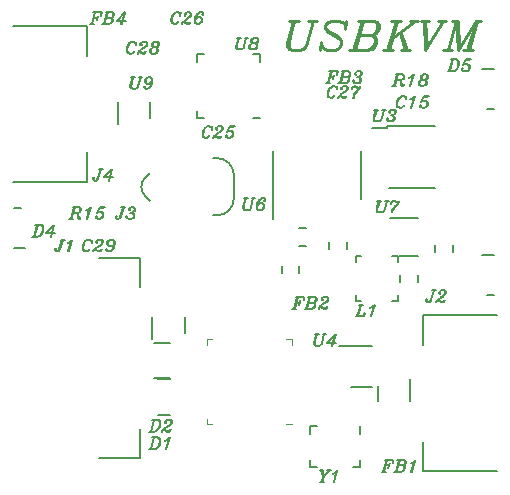
<source format=gto>
%FSLAX46Y46*%
%MOMM*%
%ADD12C,0.120000*%
%ADD10C,0.150000*%
%ADD11C,0.250000*%
G01*
%LPD*%
G01*
%LPD*%
D10*
X19447620Y38100000D02*
X19590476Y38623808D01*
D10*
X19400000Y37909524D02*
X19447620Y38100000D01*
D10*
X19400000Y37766668D02*
X19400000Y37909524D01*
D10*
X19447620Y37671428D02*
X19400000Y37766668D01*
D10*
X19590476Y37623808D02*
X19447620Y37671428D01*
D10*
X19780952Y37623808D02*
X19590476Y37623808D01*
D10*
X19923810Y37671428D02*
X19780952Y37623808D01*
D10*
X20019048Y37766668D02*
X19923810Y37671428D01*
D10*
X20066666Y37909524D02*
X20019048Y37766668D01*
D10*
X20257142Y38623808D02*
X20066666Y37909524D01*
D10*
X19495238Y38100000D02*
X19638096Y38623808D01*
D10*
X19447620Y37909524D02*
X19495238Y38100000D01*
D10*
X19447620Y37766668D02*
X19447620Y37909524D01*
D10*
X19495238Y37671428D02*
X19447620Y37766668D01*
D10*
X19590476Y37623808D02*
X19495238Y37671428D01*
D10*
X19780952Y38623808D02*
X19447620Y38623808D01*
D10*
X20400000Y38623808D02*
X20114286Y38623808D01*
D10*
X20780952Y38576192D02*
X20923810Y38623808D01*
D10*
X20733334Y38528572D02*
X20780952Y38576192D01*
D10*
X20685714Y38433332D02*
X20733334Y38528572D01*
D10*
X20685714Y38290476D02*
X20685714Y38433332D01*
D10*
X20733334Y38195240D02*
X20685714Y38290476D01*
D10*
X20828572Y38147620D02*
X20733334Y38195240D01*
D10*
X20971428Y38147620D02*
X20828572Y38147620D01*
D10*
X21161904Y38195240D02*
X20971428Y38147620D01*
D10*
X21209524Y38242856D02*
X21161904Y38195240D01*
D10*
X21257142Y38338096D02*
X21209524Y38242856D01*
D10*
X21257142Y38480952D02*
X21257142Y38338096D01*
D10*
X21209524Y38576192D02*
X21257142Y38480952D01*
D10*
X21066666Y38623808D02*
X21209524Y38576192D01*
D10*
X20923810Y38623808D02*
X21066666Y38623808D01*
D10*
X20828572Y38576192D02*
X20923810Y38623808D01*
D10*
X20780952Y38528572D02*
X20828572Y38576192D01*
D10*
X20733334Y38433332D02*
X20780952Y38528572D01*
D10*
X20733334Y38290476D02*
X20733334Y38433332D01*
D10*
X20780952Y38195240D02*
X20733334Y38290476D01*
D10*
X20828572Y38147620D02*
X20780952Y38195240D01*
D10*
X21114286Y38195240D02*
X20971428Y38147620D01*
D10*
X21161904Y38242856D02*
X21114286Y38195240D01*
D10*
X21209524Y38338096D02*
X21161904Y38242856D01*
D10*
X21209524Y38480952D02*
X21209524Y38338096D01*
D10*
X21161904Y38576192D02*
X21209524Y38480952D01*
D10*
X21066666Y38623808D02*
X21161904Y38576192D01*
D10*
X20638096Y38100000D02*
X20828572Y38147620D01*
D10*
X20542858Y38004760D02*
X20638096Y38100000D01*
D10*
X20495238Y37909524D02*
X20542858Y38004760D01*
D10*
X20495238Y37766668D02*
X20495238Y37909524D01*
D10*
X20542858Y37671428D02*
X20495238Y37766668D01*
D10*
X20685714Y37623808D02*
X20542858Y37671428D01*
D10*
X20876190Y37623808D02*
X20685714Y37623808D01*
D10*
X21066666Y37671428D02*
X20876190Y37623808D01*
D10*
X21114286Y37719048D02*
X21066666Y37671428D01*
D10*
X21161904Y37814284D02*
X21114286Y37719048D01*
D10*
X21161904Y37957144D02*
X21161904Y37814284D01*
D10*
X21114286Y38052380D02*
X21161904Y37957144D01*
D10*
X21066666Y38100000D02*
X21114286Y38052380D01*
D10*
X20971428Y38147620D02*
X21066666Y38100000D01*
D10*
X20685714Y38100000D02*
X20828572Y38147620D01*
D10*
X20590476Y38004760D02*
X20685714Y38100000D01*
D10*
X20542858Y37909524D02*
X20590476Y38004760D01*
D10*
X20542858Y37766668D02*
X20542858Y37909524D01*
D10*
X20590476Y37671428D02*
X20542858Y37766668D01*
D10*
X20685714Y37623808D02*
X20590476Y37671428D01*
D10*
X21019048Y37671428D02*
X20876190Y37623808D01*
D10*
X21066666Y37719048D02*
X21019048Y37671428D01*
D10*
X21114286Y37814284D02*
X21066666Y37719048D01*
D10*
X21114286Y38004760D02*
X21114286Y37814284D01*
D10*
X21066666Y38100000D02*
X21114286Y38004760D01*
D10*
X5392857Y23273810D02*
X5678571Y24273810D01*
D10*
X5440476Y23273810D02*
X5726190Y24273810D01*
D10*
X6059524Y24273810D02*
X5535714Y24273810D01*
D10*
X6202381Y24226190D02*
X6059524Y24273810D01*
D10*
X6250000Y24130952D02*
X6202381Y24226190D01*
D10*
X6250000Y24035714D02*
X6250000Y24130952D01*
D10*
X6202381Y23892858D02*
X6250000Y24035714D01*
D10*
X6154762Y23845238D02*
X6202381Y23892858D01*
D10*
X6011905Y23797620D02*
X6154762Y23845238D01*
D10*
X5583333Y23797620D02*
X6011905Y23797620D01*
D10*
X6154762Y24226190D02*
X6059524Y24273810D01*
D10*
X6202381Y24130952D02*
X6154762Y24226190D01*
D10*
X6202381Y24035714D02*
X6202381Y24130952D01*
D10*
X6154762Y23892858D02*
X6202381Y24035714D01*
D10*
X6107143Y23845238D02*
X6154762Y23892858D01*
D10*
X6011905Y23797620D02*
X6107143Y23845238D01*
D10*
X5916666Y23750000D02*
X5821428Y23797620D01*
D10*
X5964285Y23702380D02*
X5916666Y23750000D01*
D10*
X6011905Y23321428D02*
X5964285Y23702380D01*
D10*
X6059524Y23273810D02*
X6011905Y23321428D01*
D10*
X6154762Y23273810D02*
X6059524Y23273810D01*
D10*
X6202381Y23369048D02*
X6154762Y23273810D01*
D10*
X6202381Y23416666D02*
X6202381Y23369048D01*
D10*
X6059524Y23369048D02*
X5964285Y23702380D01*
D10*
X6107143Y23321428D02*
X6059524Y23369048D01*
D10*
X6154762Y23321428D02*
X6107143Y23321428D01*
D10*
X6202381Y23369048D02*
X6154762Y23321428D01*
D10*
X5583333Y23273810D02*
X5250000Y23273810D01*
D10*
X6726190Y23273810D02*
X6964286Y24083334D01*
D10*
X6773809Y23273810D02*
X7059524Y24273810D01*
D10*
X6916666Y24130952D02*
X7059524Y24273810D01*
D10*
X6773809Y24035714D02*
X6916666Y24130952D01*
D10*
X6678571Y23988096D02*
X6773809Y24035714D01*
D10*
X6821428Y24035714D02*
X7011905Y24130952D01*
D10*
X6678571Y23988096D02*
X6821428Y24035714D01*
D10*
X7583333Y23797620D02*
X7821428Y24273810D01*
D10*
X8297619Y24273810D02*
X7821428Y24273810D01*
D10*
X8059524Y24226190D02*
X7821428Y24226190D01*
D10*
X8297619Y24273810D02*
X8059524Y24226190D01*
D10*
X7630952Y23845238D02*
X7583333Y23797620D01*
D10*
X7773809Y23892858D02*
X7630952Y23845238D01*
D10*
X7916666Y23892858D02*
X7773809Y23892858D01*
D10*
X8059524Y23845238D02*
X7916666Y23892858D01*
D10*
X8107143Y23797620D02*
X8059524Y23845238D01*
D10*
X8154762Y23702380D02*
X8107143Y23797620D01*
D10*
X8154762Y23559524D02*
X8154762Y23702380D01*
D10*
X8107143Y23416666D02*
X8154762Y23559524D01*
D10*
X8011905Y23321428D02*
X8107143Y23416666D01*
D10*
X7869047Y23273810D02*
X8011905Y23321428D01*
D10*
X7726190Y23273810D02*
X7869047Y23273810D01*
D10*
X7583333Y23321428D02*
X7726190Y23273810D01*
D10*
X7535714Y23369048D02*
X7583333Y23321428D01*
D10*
X7488095Y23464286D02*
X7535714Y23369048D01*
D10*
X7488095Y23511904D02*
X7488095Y23464286D01*
D10*
X7535714Y23559524D02*
X7488095Y23511904D01*
D10*
X7583333Y23511904D02*
X7535714Y23559524D01*
D10*
X7535714Y23464286D02*
X7583333Y23511904D01*
D10*
X8011905Y23845238D02*
X7916666Y23892858D01*
D10*
X8059524Y23797620D02*
X8011905Y23845238D01*
D10*
X8107143Y23702380D02*
X8059524Y23797620D01*
D10*
X8107143Y23559524D02*
X8107143Y23702380D01*
D10*
X8059524Y23416666D02*
X8107143Y23559524D01*
D10*
X7964286Y23321428D02*
X8059524Y23416666D01*
D10*
X7869047Y23273810D02*
X7964286Y23321428D01*
D10*
X20047620Y24500000D02*
X20190476Y25023810D01*
D10*
X20000000Y24309524D02*
X20047620Y24500000D01*
D10*
X20000000Y24166666D02*
X20000000Y24309524D01*
D10*
X20047620Y24071428D02*
X20000000Y24166666D01*
D10*
X20190476Y24023810D02*
X20047620Y24071428D01*
D10*
X20380952Y24023810D02*
X20190476Y24023810D01*
D10*
X20523810Y24071428D02*
X20380952Y24023810D01*
D10*
X20619048Y24166666D02*
X20523810Y24071428D01*
D10*
X20666666Y24309524D02*
X20619048Y24166666D01*
D10*
X20857142Y25023810D02*
X20666666Y24309524D01*
D10*
X20095238Y24500000D02*
X20238096Y25023810D01*
D10*
X20047620Y24309524D02*
X20095238Y24500000D01*
D10*
X20047620Y24166666D02*
X20047620Y24309524D01*
D10*
X20095238Y24071428D02*
X20047620Y24166666D01*
D10*
X20190476Y24023810D02*
X20095238Y24071428D01*
D10*
X20380952Y25023810D02*
X20047620Y25023810D01*
D10*
X21000000Y25023810D02*
X20714286Y25023810D01*
D10*
X21761904Y24833334D02*
X21809524Y24880952D01*
D10*
X21809524Y24785714D02*
X21761904Y24833334D01*
D10*
X21857142Y24833334D02*
X21809524Y24785714D01*
D10*
X21857142Y24880952D02*
X21857142Y24833334D01*
D10*
X21809524Y24976190D02*
X21857142Y24880952D01*
D10*
X21714286Y25023810D02*
X21809524Y24976190D01*
D10*
X21571428Y25023810D02*
X21714286Y25023810D01*
D10*
X21428572Y24976190D02*
X21571428Y25023810D01*
D10*
X21333334Y24880952D02*
X21428572Y24976190D01*
D10*
X21238096Y24738096D02*
X21333334Y24880952D01*
D10*
X21190476Y24595238D02*
X21238096Y24738096D01*
D10*
X21142858Y24404762D02*
X21190476Y24595238D01*
D10*
X21142858Y24214286D02*
X21142858Y24404762D01*
D10*
X21190476Y24119048D02*
X21142858Y24214286D01*
D10*
X21238096Y24071428D02*
X21190476Y24119048D01*
D10*
X21333334Y24023810D02*
X21238096Y24071428D01*
D10*
X21476190Y24023810D02*
X21333334Y24023810D01*
D10*
X21619048Y24071428D02*
X21476190Y24023810D01*
D10*
X21714286Y24166666D02*
X21619048Y24071428D01*
D10*
X21761904Y24261904D02*
X21714286Y24166666D01*
D10*
X21761904Y24404762D02*
X21761904Y24261904D01*
D10*
X21714286Y24500000D02*
X21761904Y24404762D01*
D10*
X21666666Y24547620D02*
X21714286Y24500000D01*
D10*
X21571428Y24595238D02*
X21666666Y24547620D01*
D10*
X21428572Y24595238D02*
X21571428Y24595238D01*
D10*
X21333334Y24547620D02*
X21428572Y24595238D01*
D10*
X21238096Y24452380D02*
X21333334Y24547620D01*
D10*
X21190476Y24357142D02*
X21238096Y24452380D01*
D10*
X21476190Y24976190D02*
X21571428Y25023810D01*
D10*
X21380952Y24880952D02*
X21476190Y24976190D01*
D10*
X21285714Y24738096D02*
X21380952Y24880952D01*
D10*
X21238096Y24595238D02*
X21285714Y24738096D01*
D10*
X21190476Y24404762D02*
X21238096Y24595238D01*
D10*
X21190476Y24166666D02*
X21190476Y24404762D01*
D10*
X21238096Y24071428D02*
X21190476Y24166666D01*
D10*
X21571428Y24071428D02*
X21476190Y24023810D01*
D10*
X21666666Y24166666D02*
X21571428Y24071428D01*
D10*
X21714286Y24261904D02*
X21666666Y24166666D01*
D10*
X21714286Y24452380D02*
X21714286Y24261904D01*
D10*
X21666666Y24547620D02*
X21714286Y24452380D01*
D10*
X12142857Y3773809D02*
X12428571Y4773809D01*
D10*
X12190476Y3773809D02*
X12476190Y4773809D01*
D10*
X12714286Y4773809D02*
X12285714Y4773809D01*
D10*
X12857143Y4726190D02*
X12714286Y4773809D01*
D10*
X12904762Y4678571D02*
X12857143Y4726190D01*
D10*
X12952381Y4535714D02*
X12904762Y4678571D01*
D10*
X12952381Y4345238D02*
X12952381Y4535714D01*
D10*
X12904762Y4154762D02*
X12952381Y4345238D01*
D10*
X12809524Y3964285D02*
X12904762Y4154762D01*
D10*
X12714286Y3869047D02*
X12809524Y3964285D01*
D10*
X12619048Y3821428D02*
X12714286Y3869047D01*
D10*
X12428571Y3773809D02*
X12619048Y3821428D01*
D10*
X12000000Y3773809D02*
X12428571Y3773809D01*
D10*
X12809524Y4726190D02*
X12714286Y4773809D01*
D10*
X12857143Y4678571D02*
X12809524Y4726190D01*
D10*
X12904762Y4535714D02*
X12857143Y4678571D01*
D10*
X12904762Y4345238D02*
X12904762Y4535714D01*
D10*
X12857143Y4154762D02*
X12904762Y4345238D01*
D10*
X12761905Y3964285D02*
X12857143Y4154762D01*
D10*
X12666667Y3869047D02*
X12761905Y3964285D01*
D10*
X12571429Y3821428D02*
X12666667Y3869047D01*
D10*
X12428571Y3773809D02*
X12571429Y3821428D01*
D10*
X13428571Y3773809D02*
X13666667Y4583333D01*
D10*
X13476190Y3773809D02*
X13761905Y4773809D01*
D10*
X13619048Y4630952D02*
X13761905Y4773809D01*
D10*
X13476190Y4535714D02*
X13619048Y4630952D01*
D10*
X13380952Y4488095D02*
X13476190Y4535714D01*
D10*
X13523810Y4535714D02*
X13714286Y4630952D01*
D10*
X13380952Y4488095D02*
X13523810Y4535714D01*
D10*
X26776190Y1497619D02*
X26585714Y1973809D01*
D10*
X26633334Y973809D02*
X26776190Y1497619D01*
D10*
X26823810Y1497619D02*
X26633334Y1973809D01*
D10*
X26680952Y973809D02*
X26823810Y1497619D01*
D10*
X26823810Y1497619D02*
X27300000Y1973809D01*
D10*
X26776190Y1973809D02*
X26490476Y1973809D01*
D10*
X27395238Y1973809D02*
X27109524Y1973809D01*
D10*
X26823810Y973809D02*
X26490476Y973809D01*
D10*
X27633334Y973809D02*
X27871428Y1783333D01*
D10*
X27680952Y973809D02*
X27966666Y1973809D01*
D10*
X27823810Y1830952D02*
X27966666Y1973809D01*
D10*
X27680952Y1735714D02*
X27823810Y1830952D01*
D10*
X27585714Y1688095D02*
X27680952Y1735714D01*
D10*
X27728572Y1735714D02*
X27919048Y1830952D01*
D10*
X27585714Y1688095D02*
X27728572Y1735714D01*
D10*
X31338096Y24300000D02*
X31480952Y24823810D01*
D10*
X31290476Y24109524D02*
X31338096Y24300000D01*
D10*
X31290476Y23966666D02*
X31290476Y24109524D01*
D10*
X31338096Y23871428D02*
X31290476Y23966666D01*
D10*
X31480952Y23823810D02*
X31338096Y23871428D01*
D10*
X31671428Y23823810D02*
X31480952Y23823810D01*
D10*
X31814286Y23871428D02*
X31671428Y23823810D01*
D10*
X31909524Y23966666D02*
X31814286Y23871428D01*
D10*
X31957142Y24109524D02*
X31909524Y23966666D01*
D10*
X32147620Y24823810D02*
X31957142Y24109524D01*
D10*
X31385714Y24300000D02*
X31528572Y24823810D01*
D10*
X31338096Y24109524D02*
X31385714Y24300000D01*
D10*
X31338096Y23966666D02*
X31338096Y24109524D01*
D10*
X31385714Y23871428D02*
X31338096Y23966666D01*
D10*
X31480952Y23823810D02*
X31385714Y23871428D01*
D10*
X31671428Y24823810D02*
X31338096Y24823810D01*
D10*
X32290476Y24823810D02*
X32004762Y24823810D01*
D10*
X32480952Y24538096D02*
X32576190Y24823810D01*
D10*
X33147620Y24680952D02*
X33195238Y24823810D01*
D10*
X33052380Y24538096D02*
X33147620Y24680952D01*
D10*
X32814286Y24252380D02*
X33052380Y24538096D01*
D10*
X32719048Y24109524D02*
X32814286Y24252380D01*
D10*
X32671428Y24014286D02*
X32719048Y24109524D01*
D10*
X32623810Y23823810D02*
X32671428Y24014286D01*
D10*
X32766666Y24252380D02*
X33052380Y24538096D01*
D10*
X32671428Y24109524D02*
X32766666Y24252380D01*
D10*
X32623810Y24014286D02*
X32671428Y24109524D01*
D10*
X32576190Y23823810D02*
X32623810Y24014286D01*
D10*
X32671428Y24823810D02*
X32528572Y24680952D01*
D10*
X32766666Y24823810D02*
X32671428Y24823810D01*
D10*
X33004762Y24680952D02*
X32766666Y24823810D01*
D10*
X32671428Y24776190D02*
X32576190Y24728572D01*
D10*
X32766666Y24776190D02*
X32671428Y24776190D01*
D10*
X33004762Y24680952D02*
X32766666Y24776190D01*
D10*
X33100000Y24680952D02*
X33004762Y24680952D01*
D10*
X33147620Y24728572D02*
X33100000Y24680952D01*
D10*
X33195238Y24823810D02*
X33147620Y24728572D01*
D10*
X27904762Y34428572D02*
X27857142Y34428572D01*
D10*
X27952380Y34523808D02*
X27904762Y34428572D01*
D10*
X27904762Y34238096D02*
X27952380Y34523808D01*
D10*
X27904762Y34333332D02*
X27904762Y34238096D01*
D10*
X27857142Y34428572D02*
X27904762Y34333332D01*
D10*
X27809524Y34476192D02*
X27857142Y34428572D01*
D10*
X27714286Y34523808D02*
X27809524Y34476192D01*
D10*
X27571428Y34523808D02*
X27714286Y34523808D01*
D10*
X27428572Y34476192D02*
X27571428Y34523808D01*
D10*
X27333334Y34380952D02*
X27428572Y34476192D01*
D10*
X27238096Y34238096D02*
X27333334Y34380952D01*
D10*
X27190476Y34095240D02*
X27238096Y34238096D01*
D10*
X27142858Y33904760D02*
X27190476Y34095240D01*
D10*
X27142858Y33761904D02*
X27142858Y33904760D01*
D10*
X27190476Y33619048D02*
X27142858Y33761904D01*
D10*
X27238096Y33571428D02*
X27190476Y33619048D01*
D10*
X27380952Y33523810D02*
X27238096Y33571428D01*
D10*
X27523810Y33523810D02*
X27380952Y33523810D01*
D10*
X27619048Y33571428D02*
X27523810Y33523810D01*
D10*
X27714286Y33666668D02*
X27619048Y33571428D01*
D10*
X27761904Y33761904D02*
X27714286Y33666668D01*
D10*
X27476190Y34476192D02*
X27571428Y34523808D01*
D10*
X27380952Y34380952D02*
X27476190Y34476192D01*
D10*
X27285714Y34238096D02*
X27380952Y34380952D01*
D10*
X27238096Y34095240D02*
X27285714Y34238096D01*
D10*
X27190476Y33904760D02*
X27238096Y34095240D01*
D10*
X27190476Y33761904D02*
X27190476Y33904760D01*
D10*
X27238096Y33619048D02*
X27190476Y33761904D01*
D10*
X27285714Y33571428D02*
X27238096Y33619048D01*
D10*
X27380952Y33523810D02*
X27285714Y33571428D01*
D10*
X28380952Y34285716D02*
X28333334Y34333332D01*
D10*
X28333334Y34238096D02*
X28380952Y34285716D01*
D10*
X28285714Y34285716D02*
X28333334Y34238096D01*
D10*
X28285714Y34333332D02*
X28285714Y34285716D01*
D10*
X28333334Y34428572D02*
X28285714Y34333332D01*
D10*
X28380952Y34476192D02*
X28333334Y34428572D01*
D10*
X28523810Y34523808D02*
X28380952Y34476192D01*
D10*
X28666666Y34523808D02*
X28523810Y34523808D01*
D10*
X28809524Y34476192D02*
X28666666Y34523808D01*
D10*
X28857142Y34380952D02*
X28809524Y34476192D01*
D10*
X28857142Y34285716D02*
X28857142Y34380952D01*
D10*
X28809524Y34190476D02*
X28857142Y34285716D01*
D10*
X28714286Y34095240D02*
X28809524Y34190476D01*
D10*
X28571428Y34000000D02*
X28714286Y34095240D01*
D10*
X28380952Y33904760D02*
X28571428Y34000000D01*
D10*
X28238096Y33809524D02*
X28380952Y33904760D01*
D10*
X28142858Y33714284D02*
X28238096Y33809524D01*
D10*
X28047620Y33523810D02*
X28142858Y33714284D01*
D10*
X28761904Y34476192D02*
X28666666Y34523808D01*
D10*
X28809524Y34380952D02*
X28761904Y34476192D01*
D10*
X28809524Y34285716D02*
X28809524Y34380952D01*
D10*
X28761904Y34190476D02*
X28809524Y34285716D01*
D10*
X28666666Y34095240D02*
X28761904Y34190476D01*
D10*
X28380952Y33904760D02*
X28666666Y34095240D01*
D10*
X28142858Y33666668D02*
X28095238Y33619048D01*
D10*
X28238096Y33666668D02*
X28142858Y33666668D01*
D10*
X28476190Y33571428D02*
X28238096Y33666668D01*
D10*
X28619048Y33571428D02*
X28476190Y33571428D01*
D10*
X28714286Y33619048D02*
X28619048Y33571428D01*
D10*
X28761904Y33714284D02*
X28714286Y33619048D01*
D10*
X28476190Y33523810D02*
X28238096Y33666668D01*
D10*
X28619048Y33523810D02*
X28476190Y33523810D01*
D10*
X28714286Y33571428D02*
X28619048Y33523810D01*
D10*
X28761904Y33714284D02*
X28714286Y33571428D01*
D10*
X29190476Y34238096D02*
X29285714Y34523808D01*
D10*
X29857142Y34380952D02*
X29904762Y34523808D01*
D10*
X29761904Y34238096D02*
X29857142Y34380952D01*
D10*
X29523810Y33952380D02*
X29761904Y34238096D01*
D10*
X29428572Y33809524D02*
X29523810Y33952380D01*
D10*
X29380952Y33714284D02*
X29428572Y33809524D01*
D10*
X29333334Y33523810D02*
X29380952Y33714284D01*
D10*
X29476190Y33952380D02*
X29761904Y34238096D01*
D10*
X29380952Y33809524D02*
X29476190Y33952380D01*
D10*
X29333334Y33714284D02*
X29380952Y33809524D01*
D10*
X29285714Y33523810D02*
X29333334Y33714284D01*
D10*
X29380952Y34523808D02*
X29238096Y34380952D01*
D10*
X29476190Y34523808D02*
X29380952Y34523808D01*
D10*
X29714286Y34380952D02*
X29476190Y34523808D01*
D10*
X29380952Y34476192D02*
X29285714Y34428572D01*
D10*
X29476190Y34476192D02*
X29380952Y34476192D01*
D10*
X29714286Y34380952D02*
X29476190Y34476192D01*
D10*
X29809524Y34380952D02*
X29714286Y34380952D01*
D10*
X29857142Y34428572D02*
X29809524Y34380952D01*
D10*
X29904762Y34523808D02*
X29857142Y34428572D01*
D10*
X7726190Y26714286D02*
X7964285Y27523810D01*
D10*
X7678571Y26619048D02*
X7726190Y26714286D01*
D10*
X7630952Y26571428D02*
X7678571Y26619048D01*
D10*
X7535714Y26523810D02*
X7630952Y26571428D01*
D10*
X7440476Y26523810D02*
X7535714Y26523810D01*
D10*
X7345238Y26571428D02*
X7440476Y26523810D01*
D10*
X7297619Y26666666D02*
X7345238Y26571428D01*
D10*
X7297619Y26761904D02*
X7297619Y26666666D01*
D10*
X7345238Y26809524D02*
X7297619Y26761904D01*
D10*
X7392857Y26761904D02*
X7345238Y26809524D01*
D10*
X7345238Y26714286D02*
X7392857Y26761904D01*
D10*
X7678571Y26714286D02*
X7916666Y27523810D01*
D10*
X7630952Y26619048D02*
X7678571Y26714286D01*
D10*
X7535714Y26523810D02*
X7630952Y26619048D01*
D10*
X8107143Y27523810D02*
X7773809Y27523810D01*
D10*
X8583333Y26523810D02*
X8869048Y27476190D01*
D10*
X8630952Y26523810D02*
X8916667Y27523810D01*
D10*
X8202381Y26809524D02*
X8916667Y27523810D01*
D10*
X8964286Y26809524D02*
X8202381Y26809524D01*
D10*
X7154762Y21428572D02*
X7107143Y21428572D01*
D10*
X7202381Y21523810D02*
X7154762Y21428572D01*
D10*
X7154762Y21238096D02*
X7202381Y21523810D01*
D10*
X7154762Y21333334D02*
X7154762Y21238096D01*
D10*
X7107143Y21428572D02*
X7154762Y21333334D01*
D10*
X7059524Y21476190D02*
X7107143Y21428572D01*
D10*
X6964286Y21523810D02*
X7059524Y21476190D01*
D10*
X6821428Y21523810D02*
X6964286Y21523810D01*
D10*
X6678571Y21476190D02*
X6821428Y21523810D01*
D10*
X6583333Y21380952D02*
X6678571Y21476190D01*
D10*
X6488095Y21238096D02*
X6583333Y21380952D01*
D10*
X6440476Y21095238D02*
X6488095Y21238096D01*
D10*
X6392857Y20904762D02*
X6440476Y21095238D01*
D10*
X6392857Y20761904D02*
X6392857Y20904762D01*
D10*
X6440476Y20619048D02*
X6392857Y20761904D01*
D10*
X6488095Y20571428D02*
X6440476Y20619048D01*
D10*
X6630952Y20523810D02*
X6488095Y20571428D01*
D10*
X6773809Y20523810D02*
X6630952Y20523810D01*
D10*
X6869048Y20571428D02*
X6773809Y20523810D01*
D10*
X6964286Y20666666D02*
X6869048Y20571428D01*
D10*
X7011905Y20761904D02*
X6964286Y20666666D01*
D10*
X6726190Y21476190D02*
X6821428Y21523810D01*
D10*
X6630952Y21380952D02*
X6726190Y21476190D01*
D10*
X6535714Y21238096D02*
X6630952Y21380952D01*
D10*
X6488095Y21095238D02*
X6535714Y21238096D01*
D10*
X6440476Y20904762D02*
X6488095Y21095238D01*
D10*
X6440476Y20761904D02*
X6440476Y20904762D01*
D10*
X6488095Y20619048D02*
X6440476Y20761904D01*
D10*
X6535714Y20571428D02*
X6488095Y20619048D01*
D10*
X6630952Y20523810D02*
X6535714Y20571428D01*
D10*
X7630952Y21285714D02*
X7583333Y21333334D01*
D10*
X7583333Y21238096D02*
X7630952Y21285714D01*
D10*
X7535714Y21285714D02*
X7583333Y21238096D01*
D10*
X7535714Y21333334D02*
X7535714Y21285714D01*
D10*
X7583333Y21428572D02*
X7535714Y21333334D01*
D10*
X7630952Y21476190D02*
X7583333Y21428572D01*
D10*
X7773809Y21523810D02*
X7630952Y21476190D01*
D10*
X7916667Y21523810D02*
X7773809Y21523810D01*
D10*
X8059524Y21476190D02*
X7916667Y21523810D01*
D10*
X8107143Y21380952D02*
X8059524Y21476190D01*
D10*
X8107143Y21285714D02*
X8107143Y21380952D01*
D10*
X8059524Y21190476D02*
X8107143Y21285714D01*
D10*
X7964286Y21095238D02*
X8059524Y21190476D01*
D10*
X7821428Y21000000D02*
X7964286Y21095238D01*
D10*
X7630952Y20904762D02*
X7821428Y21000000D01*
D10*
X7488095Y20809524D02*
X7630952Y20904762D01*
D10*
X7392857Y20714286D02*
X7488095Y20809524D01*
D10*
X7297619Y20523810D02*
X7392857Y20714286D01*
D10*
X8011905Y21476190D02*
X7916667Y21523810D01*
D10*
X8059524Y21380952D02*
X8011905Y21476190D01*
D10*
X8059524Y21285714D02*
X8059524Y21380952D01*
D10*
X8011905Y21190476D02*
X8059524Y21285714D01*
D10*
X7916667Y21095238D02*
X8011905Y21190476D01*
D10*
X7630952Y20904762D02*
X7916667Y21095238D01*
D10*
X7392857Y20666666D02*
X7345238Y20619048D01*
D10*
X7488095Y20666666D02*
X7392857Y20666666D01*
D10*
X7726190Y20571428D02*
X7488095Y20666666D01*
D10*
X7869047Y20571428D02*
X7726190Y20571428D01*
D10*
X7964286Y20619048D02*
X7869047Y20571428D01*
D10*
X8011905Y20714286D02*
X7964286Y20619048D01*
D10*
X7726190Y20523810D02*
X7488095Y20666666D01*
D10*
X7869047Y20523810D02*
X7726190Y20523810D01*
D10*
X7964286Y20571428D02*
X7869047Y20523810D01*
D10*
X8011905Y20714286D02*
X7964286Y20571428D01*
D10*
X9011905Y21095238D02*
X9059524Y21190476D01*
D10*
X8916667Y21000000D02*
X9011905Y21095238D01*
D10*
X8821429Y20952380D02*
X8916667Y21000000D01*
D10*
X8678571Y20952380D02*
X8821429Y20952380D01*
D10*
X8583333Y21000000D02*
X8678571Y20952380D01*
D10*
X8535714Y21047620D02*
X8583333Y21000000D01*
D10*
X8488095Y21142858D02*
X8535714Y21047620D01*
D10*
X8488095Y21285714D02*
X8488095Y21142858D01*
D10*
X8535714Y21380952D02*
X8488095Y21285714D01*
D10*
X8630952Y21476190D02*
X8535714Y21380952D01*
D10*
X8773810Y21523810D02*
X8630952Y21476190D01*
D10*
X8916667Y21523810D02*
X8773810Y21523810D01*
D10*
X9011905Y21476190D02*
X8916667Y21523810D01*
D10*
X9059524Y21428572D02*
X9011905Y21476190D01*
D10*
X9107143Y21333334D02*
X9059524Y21428572D01*
D10*
X9107143Y21142858D02*
X9107143Y21333334D01*
D10*
X9059524Y20952380D02*
X9107143Y21142858D01*
D10*
X9011905Y20809524D02*
X9059524Y20952380D01*
D10*
X8916667Y20666666D02*
X9011905Y20809524D01*
D10*
X8821429Y20571428D02*
X8916667Y20666666D01*
D10*
X8678571Y20523810D02*
X8821429Y20571428D01*
D10*
X8535714Y20523810D02*
X8678571Y20523810D01*
D10*
X8440476Y20571428D02*
X8535714Y20523810D01*
D10*
X8392857Y20666666D02*
X8440476Y20571428D01*
D10*
X8392857Y20714286D02*
X8392857Y20666666D01*
D10*
X8440476Y20761904D02*
X8392857Y20714286D01*
D10*
X8488095Y20714286D02*
X8440476Y20761904D01*
D10*
X8440476Y20666666D02*
X8488095Y20714286D01*
D10*
X8535714Y21095238D02*
X8583333Y21000000D01*
D10*
X8535714Y21285714D02*
X8535714Y21095238D01*
D10*
X8583333Y21380952D02*
X8535714Y21285714D01*
D10*
X8678571Y21476190D02*
X8583333Y21380952D01*
D10*
X8773810Y21523810D02*
X8678571Y21476190D01*
D10*
X9059524Y21380952D02*
X9011905Y21476190D01*
D10*
X9059524Y21142858D02*
X9059524Y21380952D01*
D10*
X9011905Y20952380D02*
X9059524Y21142858D01*
D10*
X8964286Y20809524D02*
X9011905Y20952380D01*
D10*
X8869048Y20666666D02*
X8964286Y20809524D01*
D10*
X8773810Y20571428D02*
X8869048Y20666666D01*
D10*
X8678571Y20523810D02*
X8773810Y20571428D01*
D10*
X31088096Y32000000D02*
X31230952Y32523810D01*
D10*
X31040476Y31809524D02*
X31088096Y32000000D01*
D10*
X31040476Y31666666D02*
X31040476Y31809524D01*
D10*
X31088096Y31571428D02*
X31040476Y31666666D01*
D10*
X31230952Y31523810D02*
X31088096Y31571428D01*
D10*
X31421428Y31523810D02*
X31230952Y31523810D01*
D10*
X31564286Y31571428D02*
X31421428Y31523810D01*
D10*
X31659524Y31666666D02*
X31564286Y31571428D01*
D10*
X31707142Y31809524D02*
X31659524Y31666666D01*
D10*
X31897620Y32523810D02*
X31707142Y31809524D01*
D10*
X31135714Y32000000D02*
X31278572Y32523810D01*
D10*
X31088096Y31809524D02*
X31135714Y32000000D01*
D10*
X31088096Y31666666D02*
X31088096Y31809524D01*
D10*
X31135714Y31571428D02*
X31088096Y31666666D01*
D10*
X31230952Y31523810D02*
X31135714Y31571428D01*
D10*
X31421428Y32523810D02*
X31088096Y32523810D01*
D10*
X32040476Y32523810D02*
X31754762Y32523810D01*
D10*
X32421428Y32285714D02*
X32373810Y32333334D01*
D10*
X32373810Y32238096D02*
X32421428Y32285714D01*
D10*
X32326190Y32285714D02*
X32373810Y32238096D01*
D10*
X32326190Y32333334D02*
X32326190Y32285714D01*
D10*
X32373810Y32428572D02*
X32326190Y32333334D01*
D10*
X32421428Y32476190D02*
X32373810Y32428572D01*
D10*
X32564286Y32523810D02*
X32421428Y32476190D01*
D10*
X32707142Y32523810D02*
X32564286Y32523810D01*
D10*
X32850000Y32476190D02*
X32707142Y32523810D01*
D10*
X32897620Y32380952D02*
X32850000Y32476190D01*
D10*
X32897620Y32285714D02*
X32897620Y32380952D01*
D10*
X32850000Y32190476D02*
X32897620Y32285714D01*
D10*
X32707142Y32095238D02*
X32850000Y32190476D01*
D10*
X32564286Y32047620D02*
X32707142Y32095238D01*
D10*
X32802380Y32476190D02*
X32707142Y32523810D01*
D10*
X32850000Y32380952D02*
X32802380Y32476190D01*
D10*
X32850000Y32285714D02*
X32850000Y32380952D01*
D10*
X32802380Y32190476D02*
X32850000Y32285714D01*
D10*
X32707142Y32095238D02*
X32802380Y32190476D01*
D10*
X32564286Y32047620D02*
X32469048Y32047620D01*
D10*
X32707142Y32000000D02*
X32564286Y32047620D01*
D10*
X32754762Y31952380D02*
X32707142Y32000000D01*
D10*
X32802380Y31857142D02*
X32754762Y31952380D01*
D10*
X32802380Y31714286D02*
X32802380Y31857142D01*
D10*
X32754762Y31619048D02*
X32802380Y31714286D01*
D10*
X32707142Y31571428D02*
X32754762Y31619048D01*
D10*
X32564286Y31523810D02*
X32707142Y31571428D01*
D10*
X32373810Y31523810D02*
X32564286Y31523810D01*
D10*
X32230952Y31571428D02*
X32373810Y31523810D01*
D10*
X32183334Y31619048D02*
X32230952Y31571428D01*
D10*
X32135714Y31714286D02*
X32183334Y31619048D01*
D10*
X32135714Y31761904D02*
X32135714Y31714286D01*
D10*
X32183334Y31809524D02*
X32135714Y31761904D01*
D10*
X32230952Y31761904D02*
X32183334Y31809524D01*
D10*
X32183334Y31714286D02*
X32230952Y31761904D01*
D10*
X32659524Y32000000D02*
X32564286Y32047620D01*
D10*
X32707142Y31952380D02*
X32659524Y32000000D01*
D10*
X32754762Y31857142D02*
X32707142Y31952380D01*
D10*
X32754762Y31714286D02*
X32754762Y31857142D01*
D10*
X32707142Y31619048D02*
X32754762Y31714286D01*
D10*
X32659524Y31571428D02*
X32707142Y31619048D01*
D10*
X32564286Y31523810D02*
X32659524Y31571428D01*
D10*
X33754760Y33578572D02*
X33707144Y33578572D01*
D10*
X33802380Y33673808D02*
X33754760Y33578572D01*
D10*
X33754760Y33388096D02*
X33802380Y33673808D01*
D10*
X33754760Y33483334D02*
X33754760Y33388096D01*
D10*
X33707144Y33578572D02*
X33754760Y33483334D01*
D10*
X33659524Y33626192D02*
X33707144Y33578572D01*
D10*
X33564284Y33673808D02*
X33659524Y33626192D01*
D10*
X33421428Y33673808D02*
X33564284Y33673808D01*
D10*
X33278572Y33626192D02*
X33421428Y33673808D01*
D10*
X33183334Y33530952D02*
X33278572Y33626192D01*
D10*
X33088096Y33388096D02*
X33183334Y33530952D01*
D10*
X33040476Y33245238D02*
X33088096Y33388096D01*
D10*
X32992858Y33054762D02*
X33040476Y33245238D01*
D10*
X32992858Y32911904D02*
X32992858Y33054762D01*
D10*
X33040476Y32769048D02*
X32992858Y32911904D01*
D10*
X33088096Y32721428D02*
X33040476Y32769048D01*
D10*
X33230952Y32673810D02*
X33088096Y32721428D01*
D10*
X33373810Y32673810D02*
X33230952Y32673810D01*
D10*
X33469048Y32721428D02*
X33373810Y32673810D01*
D10*
X33564284Y32816666D02*
X33469048Y32721428D01*
D10*
X33611904Y32911904D02*
X33564284Y32816666D01*
D10*
X33326190Y33626192D02*
X33421428Y33673808D01*
D10*
X33230952Y33530952D02*
X33326190Y33626192D01*
D10*
X33135714Y33388096D02*
X33230952Y33530952D01*
D10*
X33088096Y33245238D02*
X33135714Y33388096D01*
D10*
X33040476Y33054762D02*
X33088096Y33245238D01*
D10*
X33040476Y32911904D02*
X33040476Y33054762D01*
D10*
X33088096Y32769048D02*
X33040476Y32911904D01*
D10*
X33135714Y32721428D02*
X33088096Y32769048D01*
D10*
X33230952Y32673810D02*
X33135714Y32721428D01*
D10*
X34183332Y32673810D02*
X34421428Y33483334D01*
D10*
X34230952Y32673810D02*
X34516668Y33673808D01*
D10*
X34373808Y33530952D02*
X34516668Y33673808D01*
D10*
X34230952Y33435714D02*
X34373808Y33530952D01*
D10*
X34135716Y33388096D02*
X34230952Y33435714D01*
D10*
X34278572Y33435714D02*
X34469048Y33530952D01*
D10*
X34135716Y33388096D02*
X34278572Y33435714D01*
D10*
X35040476Y33197620D02*
X35278572Y33673808D01*
D10*
X35754760Y33673808D02*
X35278572Y33673808D01*
D10*
X35516668Y33626192D02*
X35278572Y33626192D01*
D10*
X35754760Y33673808D02*
X35516668Y33626192D01*
D10*
X35088096Y33245238D02*
X35040476Y33197620D01*
D10*
X35230952Y33292858D02*
X35088096Y33245238D01*
D10*
X35373808Y33292858D02*
X35230952Y33292858D01*
D10*
X35516668Y33245238D02*
X35373808Y33292858D01*
D10*
X35564284Y33197620D02*
X35516668Y33245238D01*
D10*
X35611904Y33102380D02*
X35564284Y33197620D01*
D10*
X35611904Y32959524D02*
X35611904Y33102380D01*
D10*
X35564284Y32816666D02*
X35611904Y32959524D01*
D10*
X35469048Y32721428D02*
X35564284Y32816666D01*
D10*
X35326192Y32673810D02*
X35469048Y32721428D01*
D10*
X35183332Y32673810D02*
X35326192Y32673810D01*
D10*
X35040476Y32721428D02*
X35183332Y32673810D01*
D10*
X34992856Y32769048D02*
X35040476Y32721428D01*
D10*
X34945240Y32864286D02*
X34992856Y32769048D01*
D10*
X34945240Y32911904D02*
X34945240Y32864286D01*
D10*
X34992856Y32959524D02*
X34945240Y32911904D01*
D10*
X35040476Y32911904D02*
X34992856Y32959524D01*
D10*
X34992856Y32864286D02*
X35040476Y32911904D01*
D10*
X35469048Y33245238D02*
X35373808Y33292858D01*
D10*
X35516668Y33197620D02*
X35469048Y33245238D01*
D10*
X35564284Y33102380D02*
X35516668Y33197620D01*
D10*
X35564284Y32959524D02*
X35564284Y33102380D01*
D10*
X35516668Y32816666D02*
X35564284Y32959524D01*
D10*
X35421428Y32721428D02*
X35516668Y32816666D01*
D10*
X35326192Y32673810D02*
X35421428Y32721428D01*
D10*
X12142857Y5273809D02*
X12428571Y6273809D01*
D10*
X12190476Y5273809D02*
X12476190Y6273809D01*
D10*
X12714286Y6273809D02*
X12285714Y6273809D01*
D10*
X12857143Y6226190D02*
X12714286Y6273809D01*
D10*
X12904762Y6178571D02*
X12857143Y6226190D01*
D10*
X12952381Y6035714D02*
X12904762Y6178571D01*
D10*
X12952381Y5845238D02*
X12952381Y6035714D01*
D10*
X12904762Y5654762D02*
X12952381Y5845238D01*
D10*
X12809524Y5464285D02*
X12904762Y5654762D01*
D10*
X12714286Y5369047D02*
X12809524Y5464285D01*
D10*
X12619048Y5321428D02*
X12714286Y5369047D01*
D10*
X12428571Y5273809D02*
X12619048Y5321428D01*
D10*
X12000000Y5273809D02*
X12428571Y5273809D01*
D10*
X12809524Y6226190D02*
X12714286Y6273809D01*
D10*
X12857143Y6178571D02*
X12809524Y6226190D01*
D10*
X12904762Y6035714D02*
X12857143Y6178571D01*
D10*
X12904762Y5845238D02*
X12904762Y6035714D01*
D10*
X12857143Y5654762D02*
X12904762Y5845238D01*
D10*
X12761905Y5464285D02*
X12857143Y5654762D01*
D10*
X12666667Y5369047D02*
X12761905Y5464285D01*
D10*
X12571429Y5321428D02*
X12666667Y5369047D01*
D10*
X12428571Y5273809D02*
X12571429Y5321428D01*
D10*
X13476190Y6035714D02*
X13428571Y6083333D01*
D10*
X13428571Y5988095D02*
X13476190Y6035714D01*
D10*
X13380952Y6035714D02*
X13428571Y5988095D01*
D10*
X13380952Y6083333D02*
X13380952Y6035714D01*
D10*
X13428571Y6178571D02*
X13380952Y6083333D01*
D10*
X13476190Y6226190D02*
X13428571Y6178571D01*
D10*
X13619048Y6273809D02*
X13476190Y6226190D01*
D10*
X13761905Y6273809D02*
X13619048Y6273809D01*
D10*
X13904762Y6226190D02*
X13761905Y6273809D01*
D10*
X13952381Y6130952D02*
X13904762Y6226190D01*
D10*
X13952381Y6035714D02*
X13952381Y6130952D01*
D10*
X13904762Y5940476D02*
X13952381Y6035714D01*
D10*
X13809524Y5845238D02*
X13904762Y5940476D01*
D10*
X13666667Y5750000D02*
X13809524Y5845238D01*
D10*
X13476190Y5654762D02*
X13666667Y5750000D01*
D10*
X13333333Y5559524D02*
X13476190Y5654762D01*
D10*
X13238095Y5464285D02*
X13333333Y5559524D01*
D10*
X13142857Y5273809D02*
X13238095Y5464285D01*
D10*
X13857143Y6226190D02*
X13761905Y6273809D01*
D10*
X13904762Y6130952D02*
X13857143Y6226190D01*
D10*
X13904762Y6035714D02*
X13904762Y6130952D01*
D10*
X13857143Y5940476D02*
X13904762Y6035714D01*
D10*
X13761905Y5845238D02*
X13857143Y5940476D01*
D10*
X13476190Y5654762D02*
X13761905Y5845238D01*
D10*
X13238095Y5416666D02*
X13190476Y5369047D01*
D10*
X13333333Y5416666D02*
X13238095Y5416666D01*
D10*
X13571428Y5321428D02*
X13333333Y5416666D01*
D10*
X13714286Y5321428D02*
X13571428Y5321428D01*
D10*
X13809524Y5369047D02*
X13714286Y5321428D01*
D10*
X13857143Y5464285D02*
X13809524Y5369047D01*
D10*
X13571428Y5273809D02*
X13333333Y5416666D01*
D10*
X13714286Y5273809D02*
X13571428Y5273809D01*
D10*
X13809524Y5321428D02*
X13714286Y5273809D01*
D10*
X13857143Y5464285D02*
X13809524Y5321428D01*
D10*
X2242857Y21773810D02*
X2528571Y22773810D01*
D10*
X2290476Y21773810D02*
X2576190Y22773810D01*
D10*
X2814285Y22773810D02*
X2385714Y22773810D01*
D10*
X2957143Y22726190D02*
X2814285Y22773810D01*
D10*
X3004762Y22678572D02*
X2957143Y22726190D01*
D10*
X3052381Y22535714D02*
X3004762Y22678572D01*
D10*
X3052381Y22345238D02*
X3052381Y22535714D01*
D10*
X3004762Y22154762D02*
X3052381Y22345238D01*
D10*
X2909523Y21964286D02*
X3004762Y22154762D01*
D10*
X2814285Y21869048D02*
X2909523Y21964286D01*
D10*
X2719047Y21821428D02*
X2814285Y21869048D01*
D10*
X2528571Y21773810D02*
X2719047Y21821428D01*
D10*
X2100000Y21773810D02*
X2528571Y21773810D01*
D10*
X2909523Y22726190D02*
X2814285Y22773810D01*
D10*
X2957143Y22678572D02*
X2909523Y22726190D01*
D10*
X3004762Y22535714D02*
X2957143Y22678572D01*
D10*
X3004762Y22345238D02*
X3004762Y22535714D01*
D10*
X2957143Y22154762D02*
X3004762Y22345238D01*
D10*
X2861904Y21964286D02*
X2957143Y22154762D01*
D10*
X2766666Y21869048D02*
X2861904Y21964286D01*
D10*
X2671428Y21821428D02*
X2766666Y21869048D01*
D10*
X2528571Y21773810D02*
X2671428Y21821428D01*
D10*
X3671428Y21773810D02*
X3957143Y22726190D01*
D10*
X3719047Y21773810D02*
X4004762Y22773810D01*
D10*
X3290476Y22059524D02*
X4004762Y22773810D01*
D10*
X4052381Y22059524D02*
X3290476Y22059524D01*
D10*
X7142857Y39773808D02*
X7428571Y40773808D01*
D10*
X7190476Y39773808D02*
X7476190Y40773808D01*
D10*
X7571428Y40107144D02*
X7666666Y40488096D01*
D10*
X8000000Y40773808D02*
X7285714Y40773808D01*
D10*
X7952381Y40488096D02*
X8000000Y40773808D01*
D10*
X7952381Y40773808D02*
X7952381Y40488096D01*
D10*
X7619047Y40297620D02*
X7333333Y40297620D01*
D10*
X7333333Y39773808D02*
X7000000Y39773808D01*
D10*
X8190476Y39773808D02*
X8476190Y40773808D01*
D10*
X8238095Y39773808D02*
X8523810Y40773808D01*
D10*
X8857143Y40773808D02*
X8333333Y40773808D01*
D10*
X9000000Y40726192D02*
X8857143Y40773808D01*
D10*
X9047619Y40630952D02*
X9000000Y40726192D01*
D10*
X9047619Y40535716D02*
X9047619Y40630952D01*
D10*
X9000000Y40392856D02*
X9047619Y40535716D01*
D10*
X8952381Y40345240D02*
X9000000Y40392856D01*
D10*
X8809524Y40297620D02*
X8952381Y40345240D01*
D10*
X8952381Y40726192D02*
X8857143Y40773808D01*
D10*
X9000000Y40630952D02*
X8952381Y40726192D01*
D10*
X9000000Y40535716D02*
X9000000Y40630952D01*
D10*
X8952381Y40392856D02*
X9000000Y40535716D01*
D10*
X8904762Y40345240D02*
X8952381Y40392856D01*
D10*
X8809524Y40297620D02*
X8904762Y40345240D01*
D10*
X8809524Y40297620D02*
X8380952Y40297620D01*
D10*
X8904762Y40250000D02*
X8809524Y40297620D01*
D10*
X8952381Y40154760D02*
X8904762Y40250000D01*
D10*
X8952381Y40059524D02*
X8952381Y40154760D01*
D10*
X8904762Y39916668D02*
X8952381Y40059524D01*
D10*
X8809524Y39821428D02*
X8904762Y39916668D01*
D10*
X8619048Y39773808D02*
X8809524Y39821428D01*
D10*
X8047619Y39773808D02*
X8619048Y39773808D01*
D10*
X8857143Y40250000D02*
X8809524Y40297620D01*
D10*
X8904762Y40154760D02*
X8857143Y40250000D01*
D10*
X8904762Y40059524D02*
X8904762Y40154760D01*
D10*
X8857143Y39916668D02*
X8904762Y40059524D01*
D10*
X8761905Y39821428D02*
X8857143Y39916668D01*
D10*
X8619048Y39773808D02*
X8761905Y39821428D01*
D10*
X9666666Y39773808D02*
X9952381Y40726192D01*
D10*
X9714286Y39773808D02*
X10000000Y40773808D01*
D10*
X9285714Y40059524D02*
X10000000Y40773808D01*
D10*
X10047619Y40059524D02*
X9285714Y40059524D01*
D10*
X37447620Y35773808D02*
X37733332Y36773808D01*
D10*
X37495240Y35773808D02*
X37780952Y36773808D01*
D10*
X38019048Y36773808D02*
X37590476Y36773808D01*
D10*
X38161904Y36726192D02*
X38019048Y36773808D01*
D10*
X38209524Y36678572D02*
X38161904Y36726192D01*
D10*
X38257144Y36535716D02*
X38209524Y36678572D01*
D10*
X38257144Y36345240D02*
X38257144Y36535716D01*
D10*
X38209524Y36154760D02*
X38257144Y36345240D01*
D10*
X38114284Y35964284D02*
X38209524Y36154760D01*
D10*
X38019048Y35869048D02*
X38114284Y35964284D01*
D10*
X37923808Y35821428D02*
X38019048Y35869048D01*
D10*
X37733332Y35773808D02*
X37923808Y35821428D01*
D10*
X37304760Y35773808D02*
X37733332Y35773808D01*
D10*
X38114284Y36726192D02*
X38019048Y36773808D01*
D10*
X38161904Y36678572D02*
X38114284Y36726192D01*
D10*
X38209524Y36535716D02*
X38161904Y36678572D01*
D10*
X38209524Y36345240D02*
X38209524Y36535716D01*
D10*
X38161904Y36154760D02*
X38209524Y36345240D01*
D10*
X38066668Y35964284D02*
X38161904Y36154760D01*
D10*
X37971428Y35869048D02*
X38066668Y35964284D01*
D10*
X37876192Y35821428D02*
X37971428Y35869048D01*
D10*
X37733332Y35773808D02*
X37876192Y35821428D01*
D10*
X38590476Y36297620D02*
X38828572Y36773808D01*
D10*
X39304760Y36773808D02*
X38828572Y36773808D01*
D10*
X39066668Y36726192D02*
X38828572Y36726192D01*
D10*
X39304760Y36773808D02*
X39066668Y36726192D01*
D10*
X38638096Y36345240D02*
X38590476Y36297620D01*
D10*
X38780952Y36392856D02*
X38638096Y36345240D01*
D10*
X38923808Y36392856D02*
X38780952Y36392856D01*
D10*
X39066668Y36345240D02*
X38923808Y36392856D01*
D10*
X39114284Y36297620D02*
X39066668Y36345240D01*
D10*
X39161904Y36202380D02*
X39114284Y36297620D01*
D10*
X39161904Y36059524D02*
X39161904Y36202380D01*
D10*
X39114284Y35916668D02*
X39161904Y36059524D01*
D10*
X39019048Y35821428D02*
X39114284Y35916668D01*
D10*
X38876192Y35773808D02*
X39019048Y35821428D01*
D10*
X38733332Y35773808D02*
X38876192Y35773808D01*
D10*
X38590476Y35821428D02*
X38733332Y35773808D01*
D10*
X38542856Y35869048D02*
X38590476Y35821428D01*
D10*
X38495240Y35964284D02*
X38542856Y35869048D01*
D10*
X38495240Y36011904D02*
X38495240Y35964284D01*
D10*
X38542856Y36059524D02*
X38495240Y36011904D01*
D10*
X38590476Y36011904D02*
X38542856Y36059524D01*
D10*
X38542856Y35964284D02*
X38590476Y36011904D01*
D10*
X39019048Y36345240D02*
X38923808Y36392856D01*
D10*
X39066668Y36297620D02*
X39019048Y36345240D01*
D10*
X39114284Y36202380D02*
X39066668Y36297620D01*
D10*
X39114284Y36059524D02*
X39114284Y36202380D01*
D10*
X39066668Y35916668D02*
X39114284Y36059524D01*
D10*
X38971428Y35821428D02*
X39066668Y35916668D01*
D10*
X38876192Y35773808D02*
X38971428Y35821428D01*
D10*
X10904762Y38178572D02*
X10857143Y38178572D01*
D10*
X10952381Y38273808D02*
X10904762Y38178572D01*
D10*
X10904762Y37988096D02*
X10952381Y38273808D01*
D10*
X10904762Y38083332D02*
X10904762Y37988096D01*
D10*
X10857143Y38178572D02*
X10904762Y38083332D01*
D10*
X10809524Y38226192D02*
X10857143Y38178572D01*
D10*
X10714286Y38273808D02*
X10809524Y38226192D01*
D10*
X10571429Y38273808D02*
X10714286Y38273808D01*
D10*
X10428571Y38226192D02*
X10571429Y38273808D01*
D10*
X10333333Y38130952D02*
X10428571Y38226192D01*
D10*
X10238095Y37988096D02*
X10333333Y38130952D01*
D10*
X10190476Y37845240D02*
X10238095Y37988096D01*
D10*
X10142857Y37654760D02*
X10190476Y37845240D01*
D10*
X10142857Y37511904D02*
X10142857Y37654760D01*
D10*
X10190476Y37369048D02*
X10142857Y37511904D01*
D10*
X10238095Y37321428D02*
X10190476Y37369048D01*
D10*
X10380952Y37273808D02*
X10238095Y37321428D01*
D10*
X10523810Y37273808D02*
X10380952Y37273808D01*
D10*
X10619048Y37321428D02*
X10523810Y37273808D01*
D10*
X10714286Y37416668D02*
X10619048Y37321428D01*
D10*
X10761905Y37511904D02*
X10714286Y37416668D01*
D10*
X10476190Y38226192D02*
X10571429Y38273808D01*
D10*
X10380952Y38130952D02*
X10476190Y38226192D01*
D10*
X10285714Y37988096D02*
X10380952Y38130952D01*
D10*
X10238095Y37845240D02*
X10285714Y37988096D01*
D10*
X10190476Y37654760D02*
X10238095Y37845240D01*
D10*
X10190476Y37511904D02*
X10190476Y37654760D01*
D10*
X10238095Y37369048D02*
X10190476Y37511904D01*
D10*
X10285714Y37321428D02*
X10238095Y37369048D01*
D10*
X10380952Y37273808D02*
X10285714Y37321428D01*
D10*
X11380952Y38035716D02*
X11333333Y38083332D01*
D10*
X11333333Y37988096D02*
X11380952Y38035716D01*
D10*
X11285714Y38035716D02*
X11333333Y37988096D01*
D10*
X11285714Y38083332D02*
X11285714Y38035716D01*
D10*
X11333333Y38178572D02*
X11285714Y38083332D01*
D10*
X11380952Y38226192D02*
X11333333Y38178572D01*
D10*
X11523810Y38273808D02*
X11380952Y38226192D01*
D10*
X11666667Y38273808D02*
X11523810Y38273808D01*
D10*
X11809524Y38226192D02*
X11666667Y38273808D01*
D10*
X11857143Y38130952D02*
X11809524Y38226192D01*
D10*
X11857143Y38035716D02*
X11857143Y38130952D01*
D10*
X11809524Y37940476D02*
X11857143Y38035716D01*
D10*
X11714286Y37845240D02*
X11809524Y37940476D01*
D10*
X11571428Y37750000D02*
X11714286Y37845240D01*
D10*
X11380952Y37654760D02*
X11571428Y37750000D01*
D10*
X11238095Y37559524D02*
X11380952Y37654760D01*
D10*
X11142857Y37464284D02*
X11238095Y37559524D01*
D10*
X11047619Y37273808D02*
X11142857Y37464284D01*
D10*
X11761905Y38226192D02*
X11666667Y38273808D01*
D10*
X11809524Y38130952D02*
X11761905Y38226192D01*
D10*
X11809524Y38035716D02*
X11809524Y38130952D01*
D10*
X11761905Y37940476D02*
X11809524Y38035716D01*
D10*
X11666667Y37845240D02*
X11761905Y37940476D01*
D10*
X11380952Y37654760D02*
X11666667Y37845240D01*
D10*
X11142857Y37416668D02*
X11095238Y37369048D01*
D10*
X11238095Y37416668D02*
X11142857Y37416668D01*
D10*
X11476190Y37321428D02*
X11238095Y37416668D01*
D10*
X11619048Y37321428D02*
X11476190Y37321428D01*
D10*
X11714286Y37369048D02*
X11619048Y37321428D01*
D10*
X11761905Y37464284D02*
X11714286Y37369048D01*
D10*
X11476190Y37273808D02*
X11238095Y37416668D01*
D10*
X11619048Y37273808D02*
X11476190Y37273808D01*
D10*
X11714286Y37321428D02*
X11619048Y37273808D01*
D10*
X11761905Y37464284D02*
X11714286Y37321428D01*
D10*
X12380952Y38226192D02*
X12523810Y38273808D01*
D10*
X12333333Y38178572D02*
X12380952Y38226192D01*
D10*
X12285714Y38083332D02*
X12333333Y38178572D01*
D10*
X12285714Y37940476D02*
X12285714Y38083332D01*
D10*
X12333333Y37845240D02*
X12285714Y37940476D01*
D10*
X12428572Y37797620D02*
X12333333Y37845240D01*
D10*
X12571428Y37797620D02*
X12428572Y37797620D01*
D10*
X12761905Y37845240D02*
X12571428Y37797620D01*
D10*
X12809524Y37892856D02*
X12761905Y37845240D01*
D10*
X12857143Y37988096D02*
X12809524Y37892856D01*
D10*
X12857143Y38130952D02*
X12857143Y37988096D01*
D10*
X12809524Y38226192D02*
X12857143Y38130952D01*
D10*
X12666666Y38273808D02*
X12809524Y38226192D01*
D10*
X12523810Y38273808D02*
X12666666Y38273808D01*
D10*
X12428572Y38226192D02*
X12523810Y38273808D01*
D10*
X12380952Y38178572D02*
X12428572Y38226192D01*
D10*
X12333333Y38083332D02*
X12380952Y38178572D01*
D10*
X12333333Y37940476D02*
X12333333Y38083332D01*
D10*
X12380952Y37845240D02*
X12333333Y37940476D01*
D10*
X12428572Y37797620D02*
X12380952Y37845240D01*
D10*
X12714286Y37845240D02*
X12571428Y37797620D01*
D10*
X12761905Y37892856D02*
X12714286Y37845240D01*
D10*
X12809524Y37988096D02*
X12761905Y37892856D01*
D10*
X12809524Y38130952D02*
X12809524Y37988096D01*
D10*
X12761905Y38226192D02*
X12809524Y38130952D01*
D10*
X12666666Y38273808D02*
X12761905Y38226192D01*
D10*
X12238095Y37750000D02*
X12428572Y37797620D01*
D10*
X12142857Y37654760D02*
X12238095Y37750000D01*
D10*
X12095238Y37559524D02*
X12142857Y37654760D01*
D10*
X12095238Y37416668D02*
X12095238Y37559524D01*
D10*
X12142857Y37321428D02*
X12095238Y37416668D01*
D10*
X12285714Y37273808D02*
X12142857Y37321428D01*
D10*
X12476190Y37273808D02*
X12285714Y37273808D01*
D10*
X12666666Y37321428D02*
X12476190Y37273808D01*
D10*
X12714286Y37369048D02*
X12666666Y37321428D01*
D10*
X12761905Y37464284D02*
X12714286Y37369048D01*
D10*
X12761905Y37607144D02*
X12761905Y37464284D01*
D10*
X12714286Y37702380D02*
X12761905Y37607144D01*
D10*
X12666666Y37750000D02*
X12714286Y37702380D01*
D10*
X12571428Y37797620D02*
X12666666Y37750000D01*
D10*
X12285714Y37750000D02*
X12428572Y37797620D01*
D10*
X12190476Y37654760D02*
X12285714Y37750000D01*
D10*
X12142857Y37559524D02*
X12190476Y37654760D01*
D10*
X12142857Y37416668D02*
X12142857Y37559524D01*
D10*
X12190476Y37321428D02*
X12142857Y37416668D01*
D10*
X12285714Y37273808D02*
X12190476Y37321428D01*
D10*
X12619048Y37321428D02*
X12476190Y37273808D01*
D10*
X12666666Y37369048D02*
X12619048Y37321428D01*
D10*
X12714286Y37464284D02*
X12666666Y37369048D01*
D10*
X12714286Y37654760D02*
X12714286Y37464284D01*
D10*
X12666666Y37750000D02*
X12714286Y37654760D01*
D11*
X23845238Y38750000D02*
X24202380Y40059524D01*
D11*
X23726190Y38273808D02*
X23845238Y38750000D01*
D11*
X23726190Y37916668D02*
X23726190Y38273808D01*
D11*
X23845238Y37678572D02*
X23726190Y37916668D01*
D11*
X24202380Y37559524D02*
X23845238Y37678572D01*
D11*
X24678572Y37559524D02*
X24202380Y37559524D01*
D11*
X25035714Y37678572D02*
X24678572Y37559524D01*
D11*
X25273810Y37916668D02*
X25035714Y37678572D01*
D11*
X25392856Y38273808D02*
X25273810Y37916668D01*
D11*
X25869048Y40059524D02*
X25392856Y38273808D01*
D11*
X23964286Y38750000D02*
X24321428Y40059524D01*
D11*
X23845238Y38273808D02*
X23964286Y38750000D01*
D11*
X23845238Y37916668D02*
X23845238Y38273808D01*
D11*
X23964286Y37678572D02*
X23845238Y37916668D01*
D11*
X24202380Y37559524D02*
X23964286Y37678572D01*
D11*
X24678572Y40059524D02*
X23845238Y40059524D01*
D11*
X26226190Y40059524D02*
X25511904Y40059524D01*
D11*
X28607144Y39821428D02*
X28488096Y39821428D01*
D11*
X28726190Y40059524D02*
X28607144Y39821428D01*
D11*
X28607144Y39345240D02*
X28726190Y40059524D01*
D11*
X28607144Y39583332D02*
X28607144Y39345240D01*
D11*
X28488096Y39821428D02*
X28607144Y39583332D01*
D11*
X28369048Y39940476D02*
X28488096Y39821428D01*
D11*
X28011904Y40059524D02*
X28369048Y39940476D01*
D11*
X27535714Y40059524D02*
X28011904Y40059524D01*
D11*
X27178572Y39940476D02*
X27535714Y40059524D01*
D11*
X26940476Y39702380D02*
X27178572Y39940476D01*
D11*
X26940476Y39464284D02*
X26940476Y39702380D01*
D11*
X27059524Y39226192D02*
X26940476Y39464284D01*
D11*
X27178572Y39107144D02*
X27059524Y39226192D01*
D11*
X28011904Y38630952D02*
X27178572Y39107144D01*
D11*
X28250000Y38392856D02*
X28011904Y38630952D01*
D11*
X27178572Y39226192D02*
X26940476Y39464284D01*
D11*
X28011904Y38750000D02*
X27178572Y39226192D01*
D11*
X28130952Y38630952D02*
X28011904Y38750000D01*
D11*
X28250000Y38392856D02*
X28130952Y38630952D01*
D11*
X28250000Y38035716D02*
X28250000Y38392856D01*
D11*
X28130952Y37797620D02*
X28250000Y38035716D01*
D11*
X28011904Y37678572D02*
X28130952Y37797620D01*
D11*
X27654762Y37559524D02*
X28011904Y37678572D01*
D11*
X27178572Y37559524D02*
X27654762Y37559524D01*
D11*
X26821428Y37678572D02*
X27178572Y37559524D01*
D11*
X26702380Y37797620D02*
X26821428Y37678572D01*
D11*
X26583334Y38035716D02*
X26702380Y37797620D01*
D11*
X26583334Y38273808D02*
X26583334Y38035716D01*
D11*
X26464286Y37559524D02*
X26583334Y38273808D01*
D11*
X26583334Y37797620D02*
X26464286Y37559524D01*
D11*
X26702380Y37797620D02*
X26583334Y37797620D01*
D11*
X29321428Y37559524D02*
X30035714Y40059524D01*
D11*
X29440476Y37559524D02*
X30154762Y40059524D01*
D11*
X30988096Y40059524D02*
X29678572Y40059524D01*
D11*
X31345238Y39940476D02*
X30988096Y40059524D01*
D11*
X31464286Y39702380D02*
X31345238Y39940476D01*
D11*
X31464286Y39464284D02*
X31464286Y39702380D01*
D11*
X31345238Y39107144D02*
X31464286Y39464284D01*
D11*
X31226190Y38988096D02*
X31345238Y39107144D01*
D11*
X30869048Y38869048D02*
X31226190Y38988096D01*
D11*
X31226190Y39940476D02*
X30988096Y40059524D01*
D11*
X31345238Y39702380D02*
X31226190Y39940476D01*
D11*
X31345238Y39464284D02*
X31345238Y39702380D01*
D11*
X31226190Y39107144D02*
X31345238Y39464284D01*
D11*
X31107142Y38988096D02*
X31226190Y39107144D01*
D11*
X30869048Y38869048D02*
X31107142Y38988096D01*
D11*
X30869048Y38869048D02*
X29797620Y38869048D01*
D11*
X31107142Y38750000D02*
X30869048Y38869048D01*
D11*
X31226190Y38511904D02*
X31107142Y38750000D01*
D11*
X31226190Y38273808D02*
X31226190Y38511904D01*
D11*
X31107142Y37916668D02*
X31226190Y38273808D01*
D11*
X30869048Y37678572D02*
X31107142Y37916668D01*
D11*
X30392856Y37559524D02*
X30869048Y37678572D01*
D11*
X28964286Y37559524D02*
X30392856Y37559524D01*
D11*
X30988096Y38750000D02*
X30869048Y38869048D01*
D11*
X31107142Y38511904D02*
X30988096Y38750000D01*
D11*
X31107142Y38273808D02*
X31107142Y38511904D01*
D11*
X30988096Y37916668D02*
X31107142Y38273808D01*
D11*
X30750000Y37678572D02*
X30988096Y37916668D01*
D11*
X30392856Y37559524D02*
X30750000Y37678572D01*
D11*
X32178572Y37559524D02*
X32892856Y40059524D01*
D11*
X32297620Y37559524D02*
X33011904Y40059524D01*
D11*
X32535714Y38511904D02*
X34559524Y40059524D01*
D11*
X33845240Y37559524D02*
X33369048Y38988096D01*
D11*
X33726192Y37559524D02*
X33250000Y38988096D01*
D11*
X33369048Y40059524D02*
X32535714Y40059524D01*
D11*
X34797620Y40059524D02*
X34083332Y40059524D01*
D11*
X32654762Y37559524D02*
X31821428Y37559524D01*
D11*
X34083332Y37559524D02*
X33369048Y37559524D01*
D11*
X35392856Y37559524D02*
X35273808Y40059524D01*
D11*
X35511904Y37797620D02*
X35392856Y40059524D01*
D11*
X35392856Y37559524D02*
X36940476Y40059524D01*
D11*
X35750000Y40059524D02*
X35035712Y40059524D01*
D11*
X37178572Y40059524D02*
X36464288Y40059524D01*
D11*
X37297620Y37559524D02*
X38011904Y40059524D01*
D11*
X38130952Y37559524D02*
X38011904Y40059524D01*
D11*
X38250000Y37797620D02*
X38130952Y40059524D01*
D11*
X38130952Y37559524D02*
X39678572Y40059524D01*
D11*
X38964284Y37559524D02*
X39678572Y40059524D01*
D11*
X39083332Y37559524D02*
X39797620Y40059524D01*
D11*
X38130952Y40059524D02*
X37654760Y40059524D01*
D11*
X40154760Y40059524D02*
X39678572Y40059524D01*
D11*
X37654760Y37559524D02*
X36940476Y37559524D01*
D11*
X39440476Y37559524D02*
X38607144Y37559524D01*
D10*
X4476190Y20714286D02*
X4714285Y21523810D01*
D10*
X4428571Y20619048D02*
X4476190Y20714286D01*
D10*
X4380952Y20571428D02*
X4428571Y20619048D01*
D10*
X4285714Y20523810D02*
X4380952Y20571428D01*
D10*
X4190476Y20523810D02*
X4285714Y20523810D01*
D10*
X4095238Y20571428D02*
X4190476Y20523810D01*
D10*
X4047619Y20666666D02*
X4095238Y20571428D01*
D10*
X4047619Y20761904D02*
X4047619Y20666666D01*
D10*
X4095238Y20809524D02*
X4047619Y20761904D01*
D10*
X4142857Y20761904D02*
X4095238Y20809524D01*
D10*
X4095238Y20714286D02*
X4142857Y20761904D01*
D10*
X4428571Y20714286D02*
X4666666Y21523810D01*
D10*
X4380952Y20619048D02*
X4428571Y20714286D01*
D10*
X4285714Y20523810D02*
X4380952Y20619048D01*
D10*
X4857143Y21523810D02*
X4523809Y21523810D01*
D10*
X5190476Y20523810D02*
X5428571Y21333334D01*
D10*
X5238095Y20523810D02*
X5523809Y21523810D01*
D10*
X5380952Y21380952D02*
X5523809Y21523810D01*
D10*
X5238095Y21285714D02*
X5380952Y21380952D01*
D10*
X5142857Y21238096D02*
X5238095Y21285714D01*
D10*
X5285714Y21285714D02*
X5476190Y21380952D01*
D10*
X5142857Y21238096D02*
X5285714Y21285714D01*
D10*
X32750000Y34523808D02*
X33035714Y35523808D01*
D10*
X32797620Y34523808D02*
X33083334Y35523808D01*
D10*
X33416666Y35523808D02*
X32892858Y35523808D01*
D10*
X33559524Y35476192D02*
X33416666Y35523808D01*
D10*
X33607144Y35380952D02*
X33559524Y35476192D01*
D10*
X33607144Y35285716D02*
X33607144Y35380952D01*
D10*
X33559524Y35142856D02*
X33607144Y35285716D01*
D10*
X33511904Y35095240D02*
X33559524Y35142856D01*
D10*
X33369048Y35047620D02*
X33511904Y35095240D01*
D10*
X32940476Y35047620D02*
X33369048Y35047620D01*
D10*
X33511904Y35476192D02*
X33416666Y35523808D01*
D10*
X33559524Y35380952D02*
X33511904Y35476192D01*
D10*
X33559524Y35285716D02*
X33559524Y35380952D01*
D10*
X33511904Y35142856D02*
X33559524Y35285716D01*
D10*
X33464286Y35095240D02*
X33511904Y35142856D01*
D10*
X33369048Y35047620D02*
X33464286Y35095240D01*
D10*
X33273810Y35000000D02*
X33178572Y35047620D01*
D10*
X33321428Y34952380D02*
X33273810Y35000000D01*
D10*
X33369048Y34571428D02*
X33321428Y34952380D01*
D10*
X33416666Y34523808D02*
X33369048Y34571428D01*
D10*
X33511904Y34523808D02*
X33416666Y34523808D01*
D10*
X33559524Y34619048D02*
X33511904Y34523808D01*
D10*
X33559524Y34666668D02*
X33559524Y34619048D01*
D10*
X33416666Y34619048D02*
X33321428Y34952380D01*
D10*
X33464286Y34571428D02*
X33416666Y34619048D01*
D10*
X33511904Y34571428D02*
X33464286Y34571428D01*
D10*
X33559524Y34619048D02*
X33511904Y34571428D01*
D10*
X32940476Y34523808D02*
X32607144Y34523808D01*
D10*
X34083332Y34523808D02*
X34321428Y35333332D01*
D10*
X34130952Y34523808D02*
X34416668Y35523808D01*
D10*
X34273808Y35380952D02*
X34416668Y35523808D01*
D10*
X34130952Y35285716D02*
X34273808Y35380952D01*
D10*
X34035716Y35238096D02*
X34130952Y35285716D01*
D10*
X34178572Y35285716D02*
X34369048Y35380952D01*
D10*
X34035716Y35238096D02*
X34178572Y35285716D01*
D10*
X35130952Y35476192D02*
X35273808Y35523808D01*
D10*
X35083332Y35428572D02*
X35130952Y35476192D01*
D10*
X35035716Y35333332D02*
X35083332Y35428572D01*
D10*
X35035716Y35190476D02*
X35035716Y35333332D01*
D10*
X35083332Y35095240D02*
X35035716Y35190476D01*
D10*
X35178572Y35047620D02*
X35083332Y35095240D01*
D10*
X35321428Y35047620D02*
X35178572Y35047620D01*
D10*
X35511904Y35095240D02*
X35321428Y35047620D01*
D10*
X35559524Y35142856D02*
X35511904Y35095240D01*
D10*
X35607144Y35238096D02*
X35559524Y35142856D01*
D10*
X35607144Y35380952D02*
X35607144Y35238096D01*
D10*
X35559524Y35476192D02*
X35607144Y35380952D01*
D10*
X35416668Y35523808D02*
X35559524Y35476192D01*
D10*
X35273808Y35523808D02*
X35416668Y35523808D01*
D10*
X35178572Y35476192D02*
X35273808Y35523808D01*
D10*
X35130952Y35428572D02*
X35178572Y35476192D01*
D10*
X35083332Y35333332D02*
X35130952Y35428572D01*
D10*
X35083332Y35190476D02*
X35083332Y35333332D01*
D10*
X35130952Y35095240D02*
X35083332Y35190476D01*
D10*
X35178572Y35047620D02*
X35130952Y35095240D01*
D10*
X35464284Y35095240D02*
X35321428Y35047620D01*
D10*
X35511904Y35142856D02*
X35464284Y35095240D01*
D10*
X35559524Y35238096D02*
X35511904Y35142856D01*
D10*
X35559524Y35380952D02*
X35559524Y35238096D01*
D10*
X35511904Y35476192D02*
X35559524Y35380952D01*
D10*
X35416668Y35523808D02*
X35511904Y35476192D01*
D10*
X34988096Y35000000D02*
X35178572Y35047620D01*
D10*
X34892856Y34904760D02*
X34988096Y35000000D01*
D10*
X34845240Y34809524D02*
X34892856Y34904760D01*
D10*
X34845240Y34666668D02*
X34845240Y34809524D01*
D10*
X34892856Y34571428D02*
X34845240Y34666668D01*
D10*
X35035716Y34523808D02*
X34892856Y34571428D01*
D10*
X35226192Y34523808D02*
X35035716Y34523808D01*
D10*
X35416668Y34571428D02*
X35226192Y34523808D01*
D10*
X35464284Y34619048D02*
X35416668Y34571428D01*
D10*
X35511904Y34714284D02*
X35464284Y34619048D01*
D10*
X35511904Y34857144D02*
X35511904Y34714284D01*
D10*
X35464284Y34952380D02*
X35511904Y34857144D01*
D10*
X35416668Y35000000D02*
X35464284Y34952380D01*
D10*
X35321428Y35047620D02*
X35416668Y35000000D01*
D10*
X35035716Y35000000D02*
X35178572Y35047620D01*
D10*
X34940476Y34904760D02*
X35035716Y35000000D01*
D10*
X34892856Y34809524D02*
X34940476Y34904760D01*
D10*
X34892856Y34666668D02*
X34892856Y34809524D01*
D10*
X34940476Y34571428D02*
X34892856Y34666668D01*
D10*
X35035716Y34523808D02*
X34940476Y34571428D01*
D10*
X35369048Y34571428D02*
X35226192Y34523808D01*
D10*
X35416668Y34619048D02*
X35369048Y34571428D01*
D10*
X35464284Y34714284D02*
X35416668Y34619048D01*
D10*
X35464284Y34904760D02*
X35464284Y34714284D01*
D10*
X35416668Y35000000D02*
X35464284Y34904760D01*
D10*
X31852380Y1873809D02*
X32138096Y2873809D01*
D10*
X31900000Y1873809D02*
X32185714Y2873809D01*
D10*
X32280952Y2207142D02*
X32376190Y2588095D01*
D10*
X32709524Y2873809D02*
X31995238Y2873809D01*
D10*
X32661904Y2588095D02*
X32709524Y2873809D01*
D10*
X32661904Y2873809D02*
X32661904Y2588095D01*
D10*
X32328572Y2397619D02*
X32042858Y2397619D01*
D10*
X32042858Y1873809D02*
X31709524Y1873809D01*
D10*
X32900000Y1873809D02*
X33185714Y2873809D01*
D10*
X32947620Y1873809D02*
X33233334Y2873809D01*
D10*
X33566668Y2873809D02*
X33042858Y2873809D01*
D10*
X33709524Y2826190D02*
X33566668Y2873809D01*
D10*
X33757144Y2730952D02*
X33709524Y2826190D01*
D10*
X33757144Y2635714D02*
X33757144Y2730952D01*
D10*
X33709524Y2492857D02*
X33757144Y2635714D01*
D10*
X33661904Y2445238D02*
X33709524Y2492857D01*
D10*
X33519048Y2397619D02*
X33661904Y2445238D01*
D10*
X33661904Y2826190D02*
X33566668Y2873809D01*
D10*
X33709524Y2730952D02*
X33661904Y2826190D01*
D10*
X33709524Y2635714D02*
X33709524Y2730952D01*
D10*
X33661904Y2492857D02*
X33709524Y2635714D01*
D10*
X33614284Y2445238D02*
X33661904Y2492857D01*
D10*
X33519048Y2397619D02*
X33614284Y2445238D01*
D10*
X33519048Y2397619D02*
X33090476Y2397619D01*
D10*
X33614284Y2350000D02*
X33519048Y2397619D01*
D10*
X33661904Y2254762D02*
X33614284Y2350000D01*
D10*
X33661904Y2159523D02*
X33661904Y2254762D01*
D10*
X33614284Y2016666D02*
X33661904Y2159523D01*
D10*
X33519048Y1921428D02*
X33614284Y2016666D01*
D10*
X33328572Y1873809D02*
X33519048Y1921428D01*
D10*
X32757144Y1873809D02*
X33328572Y1873809D01*
D10*
X33566668Y2350000D02*
X33519048Y2397619D01*
D10*
X33614284Y2254762D02*
X33566668Y2350000D01*
D10*
X33614284Y2159523D02*
X33614284Y2254762D01*
D10*
X33566668Y2016666D02*
X33614284Y2159523D01*
D10*
X33471428Y1921428D02*
X33566668Y2016666D01*
D10*
X33328572Y1873809D02*
X33471428Y1921428D01*
D10*
X34233332Y1873809D02*
X34471428Y2683333D01*
D10*
X34280952Y1873809D02*
X34566668Y2873809D01*
D10*
X34423808Y2730952D02*
X34566668Y2873809D01*
D10*
X34280952Y2635714D02*
X34423808Y2730952D01*
D10*
X34185716Y2588095D02*
X34280952Y2635714D01*
D10*
X34328572Y2635714D02*
X34519048Y2730952D01*
D10*
X34185716Y2588095D02*
X34328572Y2635714D01*
D10*
X24292858Y15673810D02*
X24578572Y16673810D01*
D10*
X24340476Y15673810D02*
X24626190Y16673810D01*
D10*
X24721428Y16007143D02*
X24816666Y16388095D01*
D10*
X25150000Y16673810D02*
X24435714Y16673810D01*
D10*
X25102380Y16388095D02*
X25150000Y16673810D01*
D10*
X25102380Y16673810D02*
X25102380Y16388095D01*
D10*
X24769048Y16197619D02*
X24483334Y16197619D01*
D10*
X24483334Y15673810D02*
X24150000Y15673810D01*
D10*
X25340476Y15673810D02*
X25626190Y16673810D01*
D10*
X25388096Y15673810D02*
X25673810Y16673810D01*
D10*
X26007142Y16673810D02*
X25483334Y16673810D01*
D10*
X26150000Y16626190D02*
X26007142Y16673810D01*
D10*
X26197620Y16530952D02*
X26150000Y16626190D01*
D10*
X26197620Y16435714D02*
X26197620Y16530952D01*
D10*
X26150000Y16292857D02*
X26197620Y16435714D01*
D10*
X26102380Y16245238D02*
X26150000Y16292857D01*
D10*
X25959524Y16197619D02*
X26102380Y16245238D01*
D10*
X26102380Y16626190D02*
X26007142Y16673810D01*
D10*
X26150000Y16530952D02*
X26102380Y16626190D01*
D10*
X26150000Y16435714D02*
X26150000Y16530952D01*
D10*
X26102380Y16292857D02*
X26150000Y16435714D01*
D10*
X26054762Y16245238D02*
X26102380Y16292857D01*
D10*
X25959524Y16197619D02*
X26054762Y16245238D01*
D10*
X25959524Y16197619D02*
X25530952Y16197619D01*
D10*
X26054762Y16150000D02*
X25959524Y16197619D01*
D10*
X26102380Y16054762D02*
X26054762Y16150000D01*
D10*
X26102380Y15959524D02*
X26102380Y16054762D01*
D10*
X26054762Y15816667D02*
X26102380Y15959524D01*
D10*
X25959524Y15721429D02*
X26054762Y15816667D01*
D10*
X25769048Y15673810D02*
X25959524Y15721429D01*
D10*
X25197620Y15673810D02*
X25769048Y15673810D01*
D10*
X26007142Y16150000D02*
X25959524Y16197619D01*
D10*
X26054762Y16054762D02*
X26007142Y16150000D01*
D10*
X26054762Y15959524D02*
X26054762Y16054762D01*
D10*
X26007142Y15816667D02*
X26054762Y15959524D01*
D10*
X25911904Y15721429D02*
X26007142Y15816667D01*
D10*
X25769048Y15673810D02*
X25911904Y15721429D01*
D10*
X26721428Y16435714D02*
X26673810Y16483333D01*
D10*
X26673810Y16388095D02*
X26721428Y16435714D01*
D10*
X26626190Y16435714D02*
X26673810Y16388095D01*
D10*
X26626190Y16483333D02*
X26626190Y16435714D01*
D10*
X26673810Y16578571D02*
X26626190Y16483333D01*
D10*
X26721428Y16626190D02*
X26673810Y16578571D01*
D10*
X26864286Y16673810D02*
X26721428Y16626190D01*
D10*
X27007142Y16673810D02*
X26864286Y16673810D01*
D10*
X27150000Y16626190D02*
X27007142Y16673810D01*
D10*
X27197620Y16530952D02*
X27150000Y16626190D01*
D10*
X27197620Y16435714D02*
X27197620Y16530952D01*
D10*
X27150000Y16340476D02*
X27197620Y16435714D01*
D10*
X27054762Y16245238D02*
X27150000Y16340476D01*
D10*
X26911904Y16150000D02*
X27054762Y16245238D01*
D10*
X26721428Y16054762D02*
X26911904Y16150000D01*
D10*
X26578572Y15959524D02*
X26721428Y16054762D01*
D10*
X26483334Y15864286D02*
X26578572Y15959524D01*
D10*
X26388096Y15673810D02*
X26483334Y15864286D01*
D10*
X27102380Y16626190D02*
X27007142Y16673810D01*
D10*
X27150000Y16530952D02*
X27102380Y16626190D01*
D10*
X27150000Y16435714D02*
X27150000Y16530952D01*
D10*
X27102380Y16340476D02*
X27150000Y16435714D01*
D10*
X27007142Y16245238D02*
X27102380Y16340476D01*
D10*
X26721428Y16054762D02*
X27007142Y16245238D01*
D10*
X26483334Y15816667D02*
X26435714Y15769048D01*
D10*
X26578572Y15816667D02*
X26483334Y15816667D01*
D10*
X26816666Y15721429D02*
X26578572Y15816667D01*
D10*
X26959524Y15721429D02*
X26816666Y15721429D01*
D10*
X27054762Y15769048D02*
X26959524Y15721429D01*
D10*
X27102380Y15864286D02*
X27054762Y15769048D01*
D10*
X26816666Y15673810D02*
X26578572Y15816667D01*
D10*
X26959524Y15673810D02*
X26816666Y15673810D01*
D10*
X27054762Y15721429D02*
X26959524Y15673810D01*
D10*
X27102380Y15864286D02*
X27054762Y15721429D01*
D10*
X29642858Y15023810D02*
X29928572Y16023810D01*
D10*
X29690476Y15023810D02*
X29976190Y16023810D01*
D10*
X30119048Y16023810D02*
X29785714Y16023810D01*
D10*
X30214286Y15023810D02*
X29500000Y15023810D01*
D10*
X30309524Y15309524D02*
X30214286Y15023810D01*
D10*
X30166666Y15023810D02*
X30309524Y15309524D01*
D10*
X30785714Y15023810D02*
X31023810Y15833333D01*
D10*
X30833334Y15023810D02*
X31119048Y16023810D01*
D10*
X30976190Y15880952D02*
X31119048Y16023810D01*
D10*
X30833334Y15785714D02*
X30976190Y15880952D01*
D10*
X30738096Y15738095D02*
X30833334Y15785714D01*
D10*
X30880952Y15785714D02*
X31071428Y15880952D01*
D10*
X30738096Y15738095D02*
X30880952Y15785714D01*
D10*
X17304762Y31028572D02*
X17257144Y31028572D01*
D10*
X17352380Y31123810D02*
X17304762Y31028572D01*
D10*
X17304762Y30838096D02*
X17352380Y31123810D01*
D10*
X17304762Y30933334D02*
X17304762Y30838096D01*
D10*
X17257144Y31028572D02*
X17304762Y30933334D01*
D10*
X17209524Y31076190D02*
X17257144Y31028572D01*
D10*
X17114286Y31123810D02*
X17209524Y31076190D01*
D10*
X16971428Y31123810D02*
X17114286Y31123810D01*
D10*
X16828572Y31076190D02*
X16971428Y31123810D01*
D10*
X16733334Y30980952D02*
X16828572Y31076190D01*
D10*
X16638095Y30838096D02*
X16733334Y30980952D01*
D10*
X16590476Y30695238D02*
X16638095Y30838096D01*
D10*
X16542857Y30504762D02*
X16590476Y30695238D01*
D10*
X16542857Y30361904D02*
X16542857Y30504762D01*
D10*
X16590476Y30219048D02*
X16542857Y30361904D01*
D10*
X16638095Y30171428D02*
X16590476Y30219048D01*
D10*
X16780952Y30123810D02*
X16638095Y30171428D01*
D10*
X16923810Y30123810D02*
X16780952Y30123810D01*
D10*
X17019048Y30171428D02*
X16923810Y30123810D01*
D10*
X17114286Y30266666D02*
X17019048Y30171428D01*
D10*
X17161904Y30361904D02*
X17114286Y30266666D01*
D10*
X16876190Y31076190D02*
X16971428Y31123810D01*
D10*
X16780952Y30980952D02*
X16876190Y31076190D01*
D10*
X16685714Y30838096D02*
X16780952Y30980952D01*
D10*
X16638095Y30695238D02*
X16685714Y30838096D01*
D10*
X16590476Y30504762D02*
X16638095Y30695238D01*
D10*
X16590476Y30361904D02*
X16590476Y30504762D01*
D10*
X16638095Y30219048D02*
X16590476Y30361904D01*
D10*
X16685714Y30171428D02*
X16638095Y30219048D01*
D10*
X16780952Y30123810D02*
X16685714Y30171428D01*
D10*
X17780952Y30885714D02*
X17733334Y30933334D01*
D10*
X17733334Y30838096D02*
X17780952Y30885714D01*
D10*
X17685714Y30885714D02*
X17733334Y30838096D01*
D10*
X17685714Y30933334D02*
X17685714Y30885714D01*
D10*
X17733334Y31028572D02*
X17685714Y30933334D01*
D10*
X17780952Y31076190D02*
X17733334Y31028572D01*
D10*
X17923810Y31123810D02*
X17780952Y31076190D01*
D10*
X18066666Y31123810D02*
X17923810Y31123810D01*
D10*
X18209524Y31076190D02*
X18066666Y31123810D01*
D10*
X18257142Y30980952D02*
X18209524Y31076190D01*
D10*
X18257142Y30885714D02*
X18257142Y30980952D01*
D10*
X18209524Y30790476D02*
X18257142Y30885714D01*
D10*
X18114286Y30695238D02*
X18209524Y30790476D01*
D10*
X17971428Y30600000D02*
X18114286Y30695238D01*
D10*
X17780952Y30504762D02*
X17971428Y30600000D01*
D10*
X17638096Y30409524D02*
X17780952Y30504762D01*
D10*
X17542858Y30314286D02*
X17638096Y30409524D01*
D10*
X17447620Y30123810D02*
X17542858Y30314286D01*
D10*
X18161904Y31076190D02*
X18066666Y31123810D01*
D10*
X18209524Y30980952D02*
X18161904Y31076190D01*
D10*
X18209524Y30885714D02*
X18209524Y30980952D01*
D10*
X18161904Y30790476D02*
X18209524Y30885714D01*
D10*
X18066666Y30695238D02*
X18161904Y30790476D01*
D10*
X17780952Y30504762D02*
X18066666Y30695238D01*
D10*
X17542858Y30266666D02*
X17495238Y30219048D01*
D10*
X17638096Y30266666D02*
X17542858Y30266666D01*
D10*
X17876190Y30171428D02*
X17638096Y30266666D01*
D10*
X18019048Y30171428D02*
X17876190Y30171428D01*
D10*
X18114286Y30219048D02*
X18019048Y30171428D01*
D10*
X18161904Y30314286D02*
X18114286Y30219048D01*
D10*
X17876190Y30123810D02*
X17638096Y30266666D01*
D10*
X18019048Y30123810D02*
X17876190Y30123810D01*
D10*
X18114286Y30171428D02*
X18019048Y30123810D01*
D10*
X18161904Y30314286D02*
X18114286Y30171428D01*
D10*
X18590476Y30647620D02*
X18828572Y31123810D01*
D10*
X19304762Y31123810D02*
X18828572Y31123810D01*
D10*
X19066666Y31076190D02*
X18828572Y31076190D01*
D10*
X19304762Y31123810D02*
X19066666Y31076190D01*
D10*
X18638096Y30695238D02*
X18590476Y30647620D01*
D10*
X18780952Y30742858D02*
X18638096Y30695238D01*
D10*
X18923810Y30742858D02*
X18780952Y30742858D01*
D10*
X19066666Y30695238D02*
X18923810Y30742858D01*
D10*
X19114286Y30647620D02*
X19066666Y30695238D01*
D10*
X19161904Y30552380D02*
X19114286Y30647620D01*
D10*
X19161904Y30409524D02*
X19161904Y30552380D01*
D10*
X19114286Y30266666D02*
X19161904Y30409524D01*
D10*
X19019048Y30171428D02*
X19114286Y30266666D01*
D10*
X18876190Y30123810D02*
X19019048Y30171428D01*
D10*
X18733334Y30123810D02*
X18876190Y30123810D01*
D10*
X18590476Y30171428D02*
X18733334Y30123810D01*
D10*
X18542858Y30219048D02*
X18590476Y30171428D01*
D10*
X18495238Y30314286D02*
X18542858Y30219048D01*
D10*
X18495238Y30361904D02*
X18495238Y30314286D01*
D10*
X18542858Y30409524D02*
X18495238Y30361904D01*
D10*
X18590476Y30361904D02*
X18542858Y30409524D01*
D10*
X18542858Y30314286D02*
X18590476Y30361904D01*
D10*
X19019048Y30695238D02*
X18923810Y30742858D01*
D10*
X19066666Y30647620D02*
X19019048Y30695238D01*
D10*
X19114286Y30552380D02*
X19066666Y30647620D01*
D10*
X19114286Y30409524D02*
X19114286Y30552380D01*
D10*
X19066666Y30266666D02*
X19114286Y30409524D01*
D10*
X18971428Y30171428D02*
X19066666Y30266666D01*
D10*
X18876190Y30123810D02*
X18971428Y30171428D01*
D10*
X10488095Y34750000D02*
X10630952Y35273808D01*
D10*
X10440476Y34559524D02*
X10488095Y34750000D01*
D10*
X10440476Y34416668D02*
X10440476Y34559524D01*
D10*
X10488095Y34321428D02*
X10440476Y34416668D01*
D10*
X10630952Y34273808D02*
X10488095Y34321428D01*
D10*
X10821429Y34273808D02*
X10630952Y34273808D01*
D10*
X10964286Y34321428D02*
X10821429Y34273808D01*
D10*
X11059524Y34416668D02*
X10964286Y34321428D01*
D10*
X11107143Y34559524D02*
X11059524Y34416668D01*
D10*
X11297619Y35273808D02*
X11107143Y34559524D01*
D10*
X10535714Y34750000D02*
X10678571Y35273808D01*
D10*
X10488095Y34559524D02*
X10535714Y34750000D01*
D10*
X10488095Y34416668D02*
X10488095Y34559524D01*
D10*
X10535714Y34321428D02*
X10488095Y34416668D01*
D10*
X10630952Y34273808D02*
X10535714Y34321428D01*
D10*
X10821429Y35273808D02*
X10488095Y35273808D01*
D10*
X11440476Y35273808D02*
X11154762Y35273808D01*
D10*
X12202381Y34845240D02*
X12250000Y34940476D01*
D10*
X12107143Y34750000D02*
X12202381Y34845240D01*
D10*
X12011905Y34702380D02*
X12107143Y34750000D01*
D10*
X11869048Y34702380D02*
X12011905Y34702380D01*
D10*
X11773810Y34750000D02*
X11869048Y34702380D01*
D10*
X11726190Y34797620D02*
X11773810Y34750000D01*
D10*
X11678571Y34892856D02*
X11726190Y34797620D01*
D10*
X11678571Y35035716D02*
X11678571Y34892856D01*
D10*
X11726190Y35130952D02*
X11678571Y35035716D01*
D10*
X11821428Y35226192D02*
X11726190Y35130952D01*
D10*
X11964286Y35273808D02*
X11821428Y35226192D01*
D10*
X12107143Y35273808D02*
X11964286Y35273808D01*
D10*
X12202381Y35226192D02*
X12107143Y35273808D01*
D10*
X12250000Y35178572D02*
X12202381Y35226192D01*
D10*
X12297619Y35083332D02*
X12250000Y35178572D01*
D10*
X12297619Y34892856D02*
X12297619Y35083332D01*
D10*
X12250000Y34702380D02*
X12297619Y34892856D01*
D10*
X12202381Y34559524D02*
X12250000Y34702380D01*
D10*
X12107143Y34416668D02*
X12202381Y34559524D01*
D10*
X12011905Y34321428D02*
X12107143Y34416668D01*
D10*
X11869048Y34273808D02*
X12011905Y34321428D01*
D10*
X11726190Y34273808D02*
X11869048Y34273808D01*
D10*
X11630952Y34321428D02*
X11726190Y34273808D01*
D10*
X11583333Y34416668D02*
X11630952Y34321428D01*
D10*
X11583333Y34464284D02*
X11583333Y34416668D01*
D10*
X11630952Y34511904D02*
X11583333Y34464284D01*
D10*
X11678571Y34464284D02*
X11630952Y34511904D01*
D10*
X11630952Y34416668D02*
X11678571Y34464284D01*
D10*
X11726190Y34845240D02*
X11773810Y34750000D01*
D10*
X11726190Y35035716D02*
X11726190Y34845240D01*
D10*
X11773810Y35130952D02*
X11726190Y35035716D01*
D10*
X11869048Y35226192D02*
X11773810Y35130952D01*
D10*
X11964286Y35273808D02*
X11869048Y35226192D01*
D10*
X12250000Y35130952D02*
X12202381Y35226192D01*
D10*
X12250000Y34892856D02*
X12250000Y35130952D01*
D10*
X12202381Y34702380D02*
X12250000Y34892856D01*
D10*
X12154762Y34559524D02*
X12202381Y34702380D01*
D10*
X12059524Y34416668D02*
X12154762Y34559524D01*
D10*
X11964286Y34321428D02*
X12059524Y34416668D01*
D10*
X11869048Y34273808D02*
X11964286Y34321428D01*
D10*
X35919048Y16414286D02*
X36157144Y17223810D01*
D10*
X35871428Y16319048D02*
X35919048Y16414286D01*
D10*
X35823808Y16271429D02*
X35871428Y16319048D01*
D10*
X35728572Y16223810D02*
X35823808Y16271429D01*
D10*
X35633332Y16223810D02*
X35728572Y16223810D01*
D10*
X35538096Y16271429D02*
X35633332Y16223810D01*
D10*
X35490476Y16366667D02*
X35538096Y16271429D01*
D10*
X35490476Y16461905D02*
X35490476Y16366667D01*
D10*
X35538096Y16509524D02*
X35490476Y16461905D01*
D10*
X35585716Y16461905D02*
X35538096Y16509524D01*
D10*
X35538096Y16414286D02*
X35585716Y16461905D01*
D10*
X35871428Y16414286D02*
X36109524Y17223810D01*
D10*
X35823808Y16319048D02*
X35871428Y16414286D01*
D10*
X35728572Y16223810D02*
X35823808Y16319048D01*
D10*
X36300000Y17223810D02*
X35966668Y17223810D01*
D10*
X36680952Y16985714D02*
X36633332Y17033334D01*
D10*
X36633332Y16938096D02*
X36680952Y16985714D01*
D10*
X36585716Y16985714D02*
X36633332Y16938096D01*
D10*
X36585716Y17033334D02*
X36585716Y16985714D01*
D10*
X36633332Y17128572D02*
X36585716Y17033334D01*
D10*
X36680952Y17176190D02*
X36633332Y17128572D01*
D10*
X36823808Y17223810D02*
X36680952Y17176190D01*
D10*
X36966668Y17223810D02*
X36823808Y17223810D01*
D10*
X37109524Y17176190D02*
X36966668Y17223810D01*
D10*
X37157144Y17080952D02*
X37109524Y17176190D01*
D10*
X37157144Y16985714D02*
X37157144Y17080952D01*
D10*
X37109524Y16890476D02*
X37157144Y16985714D01*
D10*
X37014284Y16795238D02*
X37109524Y16890476D01*
D10*
X36871428Y16700000D02*
X37014284Y16795238D01*
D10*
X36680952Y16604762D02*
X36871428Y16700000D01*
D10*
X36538096Y16509524D02*
X36680952Y16604762D01*
D10*
X36442856Y16414286D02*
X36538096Y16509524D01*
D10*
X36347620Y16223810D02*
X36442856Y16414286D01*
D10*
X37061904Y17176190D02*
X36966668Y17223810D01*
D10*
X37109524Y17080952D02*
X37061904Y17176190D01*
D10*
X37109524Y16985714D02*
X37109524Y17080952D01*
D10*
X37061904Y16890476D02*
X37109524Y16985714D01*
D10*
X36966668Y16795238D02*
X37061904Y16890476D01*
D10*
X36680952Y16604762D02*
X36966668Y16795238D01*
D10*
X36442856Y16366667D02*
X36395240Y16319048D01*
D10*
X36538096Y16366667D02*
X36442856Y16366667D01*
D10*
X36776192Y16271429D02*
X36538096Y16366667D01*
D10*
X36919048Y16271429D02*
X36776192Y16271429D01*
D10*
X37014284Y16319048D02*
X36919048Y16271429D01*
D10*
X37061904Y16414286D02*
X37014284Y16319048D01*
D10*
X36776192Y16223810D02*
X36538096Y16366667D01*
D10*
X36919048Y16223810D02*
X36776192Y16223810D01*
D10*
X37014284Y16271429D02*
X36919048Y16223810D01*
D10*
X37061904Y16414286D02*
X37014284Y16271429D01*
D10*
X14654762Y40678572D02*
X14607143Y40678572D01*
D10*
X14702381Y40773808D02*
X14654762Y40678572D01*
D10*
X14654762Y40488096D02*
X14702381Y40773808D01*
D10*
X14654762Y40583332D02*
X14654762Y40488096D01*
D10*
X14607143Y40678572D02*
X14654762Y40583332D01*
D10*
X14559524Y40726192D02*
X14607143Y40678572D01*
D10*
X14464286Y40773808D02*
X14559524Y40726192D01*
D10*
X14321428Y40773808D02*
X14464286Y40773808D01*
D10*
X14178572Y40726192D02*
X14321428Y40773808D01*
D10*
X14083334Y40630952D02*
X14178572Y40726192D01*
D10*
X13988095Y40488096D02*
X14083334Y40630952D01*
D10*
X13940476Y40345240D02*
X13988095Y40488096D01*
D10*
X13892857Y40154760D02*
X13940476Y40345240D01*
D10*
X13892857Y40011904D02*
X13892857Y40154760D01*
D10*
X13940476Y39869048D02*
X13892857Y40011904D01*
D10*
X13988095Y39821428D02*
X13940476Y39869048D01*
D10*
X14130952Y39773808D02*
X13988095Y39821428D01*
D10*
X14273810Y39773808D02*
X14130952Y39773808D01*
D10*
X14369048Y39821428D02*
X14273810Y39773808D01*
D10*
X14464286Y39916668D02*
X14369048Y39821428D01*
D10*
X14511905Y40011904D02*
X14464286Y39916668D01*
D10*
X14226190Y40726192D02*
X14321428Y40773808D01*
D10*
X14130952Y40630952D02*
X14226190Y40726192D01*
D10*
X14035714Y40488096D02*
X14130952Y40630952D01*
D10*
X13988095Y40345240D02*
X14035714Y40488096D01*
D10*
X13940476Y40154760D02*
X13988095Y40345240D01*
D10*
X13940476Y40011904D02*
X13940476Y40154760D01*
D10*
X13988095Y39869048D02*
X13940476Y40011904D01*
D10*
X14035714Y39821428D02*
X13988095Y39869048D01*
D10*
X14130952Y39773808D02*
X14035714Y39821428D01*
D10*
X15130952Y40535716D02*
X15083333Y40583332D01*
D10*
X15083333Y40488096D02*
X15130952Y40535716D01*
D10*
X15035714Y40535716D02*
X15083333Y40488096D01*
D10*
X15035714Y40583332D02*
X15035714Y40535716D01*
D10*
X15083333Y40678572D02*
X15035714Y40583332D01*
D10*
X15130952Y40726192D02*
X15083333Y40678572D01*
D10*
X15273810Y40773808D02*
X15130952Y40726192D01*
D10*
X15416667Y40773808D02*
X15273810Y40773808D01*
D10*
X15559524Y40726192D02*
X15416667Y40773808D01*
D10*
X15607143Y40630952D02*
X15559524Y40726192D01*
D10*
X15607143Y40535716D02*
X15607143Y40630952D01*
D10*
X15559524Y40440476D02*
X15607143Y40535716D01*
D10*
X15464286Y40345240D02*
X15559524Y40440476D01*
D10*
X15321429Y40250000D02*
X15464286Y40345240D01*
D10*
X15130952Y40154760D02*
X15321429Y40250000D01*
D10*
X14988095Y40059524D02*
X15130952Y40154760D01*
D10*
X14892857Y39964284D02*
X14988095Y40059524D01*
D10*
X14797619Y39773808D02*
X14892857Y39964284D01*
D10*
X15511905Y40726192D02*
X15416667Y40773808D01*
D10*
X15559524Y40630952D02*
X15511905Y40726192D01*
D10*
X15559524Y40535716D02*
X15559524Y40630952D01*
D10*
X15511905Y40440476D02*
X15559524Y40535716D01*
D10*
X15416667Y40345240D02*
X15511905Y40440476D01*
D10*
X15130952Y40154760D02*
X15416667Y40345240D01*
D10*
X14892857Y39916668D02*
X14845238Y39869048D01*
D10*
X14988095Y39916668D02*
X14892857Y39916668D01*
D10*
X15226190Y39821428D02*
X14988095Y39916668D01*
D10*
X15369048Y39821428D02*
X15226190Y39821428D01*
D10*
X15464286Y39869048D02*
X15369048Y39821428D01*
D10*
X15511905Y39964284D02*
X15464286Y39869048D01*
D10*
X15226190Y39773808D02*
X14988095Y39916668D01*
D10*
X15369048Y39773808D02*
X15226190Y39773808D01*
D10*
X15464286Y39821428D02*
X15369048Y39773808D01*
D10*
X15511905Y39964284D02*
X15464286Y39821428D01*
D10*
X16511905Y40583332D02*
X16559524Y40630952D01*
D10*
X16559524Y40535716D02*
X16511905Y40583332D01*
D10*
X16607143Y40583332D02*
X16559524Y40535716D01*
D10*
X16607143Y40630952D02*
X16607143Y40583332D01*
D10*
X16559524Y40726192D02*
X16607143Y40630952D01*
D10*
X16464286Y40773808D02*
X16559524Y40726192D01*
D10*
X16321429Y40773808D02*
X16464286Y40773808D01*
D10*
X16178571Y40726192D02*
X16321429Y40773808D01*
D10*
X16083333Y40630952D02*
X16178571Y40726192D01*
D10*
X15988095Y40488096D02*
X16083333Y40630952D01*
D10*
X15940476Y40345240D02*
X15988095Y40488096D01*
D10*
X15892857Y40154760D02*
X15940476Y40345240D01*
D10*
X15892857Y39964284D02*
X15892857Y40154760D01*
D10*
X15940476Y39869048D02*
X15892857Y39964284D01*
D10*
X15988095Y39821428D02*
X15940476Y39869048D01*
D10*
X16083333Y39773808D02*
X15988095Y39821428D01*
D10*
X16226190Y39773808D02*
X16083333Y39773808D01*
D10*
X16369048Y39821428D02*
X16226190Y39773808D01*
D10*
X16464286Y39916668D02*
X16369048Y39821428D01*
D10*
X16511905Y40011904D02*
X16464286Y39916668D01*
D10*
X16511905Y40154760D02*
X16511905Y40011904D01*
D10*
X16464286Y40250000D02*
X16511905Y40154760D01*
D10*
X16416667Y40297620D02*
X16464286Y40250000D01*
D10*
X16321429Y40345240D02*
X16416667Y40297620D01*
D10*
X16178571Y40345240D02*
X16321429Y40345240D01*
D10*
X16083333Y40297620D02*
X16178571Y40345240D01*
D10*
X15988095Y40202380D02*
X16083333Y40297620D01*
D10*
X15940476Y40107144D02*
X15988095Y40202380D01*
D10*
X16226190Y40726192D02*
X16321429Y40773808D01*
D10*
X16130952Y40630952D02*
X16226190Y40726192D01*
D10*
X16035714Y40488096D02*
X16130952Y40630952D01*
D10*
X15988095Y40345240D02*
X16035714Y40488096D01*
D10*
X15940476Y40154760D02*
X15988095Y40345240D01*
D10*
X15940476Y39916668D02*
X15940476Y40154760D01*
D10*
X15988095Y39821428D02*
X15940476Y39916668D01*
D10*
X16321429Y39821428D02*
X16226190Y39773808D01*
D10*
X16416667Y39916668D02*
X16321429Y39821428D01*
D10*
X16464286Y40011904D02*
X16416667Y39916668D01*
D10*
X16464286Y40202380D02*
X16464286Y40011904D01*
D10*
X16416667Y40297620D02*
X16464286Y40202380D01*
D10*
X27142858Y34773808D02*
X27428572Y35773808D01*
D10*
X27190476Y34773808D02*
X27476190Y35773808D01*
D10*
X27571428Y35107144D02*
X27666666Y35488096D01*
D10*
X28000000Y35773808D02*
X27285714Y35773808D01*
D10*
X27952380Y35488096D02*
X28000000Y35773808D01*
D10*
X27952380Y35773808D02*
X27952380Y35488096D01*
D10*
X27619048Y35297620D02*
X27333334Y35297620D01*
D10*
X27333334Y34773808D02*
X27000000Y34773808D01*
D10*
X28190476Y34773808D02*
X28476190Y35773808D01*
D10*
X28238096Y34773808D02*
X28523810Y35773808D01*
D10*
X28857142Y35773808D02*
X28333334Y35773808D01*
D10*
X29000000Y35726192D02*
X28857142Y35773808D01*
D10*
X29047620Y35630952D02*
X29000000Y35726192D01*
D10*
X29047620Y35535716D02*
X29047620Y35630952D01*
D10*
X29000000Y35392856D02*
X29047620Y35535716D01*
D10*
X28952380Y35345240D02*
X29000000Y35392856D01*
D10*
X28809524Y35297620D02*
X28952380Y35345240D01*
D10*
X28952380Y35726192D02*
X28857142Y35773808D01*
D10*
X29000000Y35630952D02*
X28952380Y35726192D01*
D10*
X29000000Y35535716D02*
X29000000Y35630952D01*
D10*
X28952380Y35392856D02*
X29000000Y35535716D01*
D10*
X28904762Y35345240D02*
X28952380Y35392856D01*
D10*
X28809524Y35297620D02*
X28904762Y35345240D01*
D10*
X28809524Y35297620D02*
X28380952Y35297620D01*
D10*
X28904762Y35250000D02*
X28809524Y35297620D01*
D10*
X28952380Y35154760D02*
X28904762Y35250000D01*
D10*
X28952380Y35059524D02*
X28952380Y35154760D01*
D10*
X28904762Y34916668D02*
X28952380Y35059524D01*
D10*
X28809524Y34821428D02*
X28904762Y34916668D01*
D10*
X28619048Y34773808D02*
X28809524Y34821428D01*
D10*
X28047620Y34773808D02*
X28619048Y34773808D01*
D10*
X28857142Y35250000D02*
X28809524Y35297620D01*
D10*
X28904762Y35154760D02*
X28857142Y35250000D01*
D10*
X28904762Y35059524D02*
X28904762Y35154760D01*
D10*
X28857142Y34916668D02*
X28904762Y35059524D01*
D10*
X28761904Y34821428D02*
X28857142Y34916668D01*
D10*
X28619048Y34773808D02*
X28761904Y34821428D01*
D10*
X29571428Y35535716D02*
X29523810Y35583332D01*
D10*
X29523810Y35488096D02*
X29571428Y35535716D01*
D10*
X29476190Y35535716D02*
X29523810Y35488096D01*
D10*
X29476190Y35583332D02*
X29476190Y35535716D01*
D10*
X29523810Y35678572D02*
X29476190Y35583332D01*
D10*
X29571428Y35726192D02*
X29523810Y35678572D01*
D10*
X29714286Y35773808D02*
X29571428Y35726192D01*
D10*
X29857142Y35773808D02*
X29714286Y35773808D01*
D10*
X30000000Y35726192D02*
X29857142Y35773808D01*
D10*
X30047620Y35630952D02*
X30000000Y35726192D01*
D10*
X30047620Y35535716D02*
X30047620Y35630952D01*
D10*
X30000000Y35440476D02*
X30047620Y35535716D01*
D10*
X29857142Y35345240D02*
X30000000Y35440476D01*
D10*
X29714286Y35297620D02*
X29857142Y35345240D01*
D10*
X29952380Y35726192D02*
X29857142Y35773808D01*
D10*
X30000000Y35630952D02*
X29952380Y35726192D01*
D10*
X30000000Y35535716D02*
X30000000Y35630952D01*
D10*
X29952380Y35440476D02*
X30000000Y35535716D01*
D10*
X29857142Y35345240D02*
X29952380Y35440476D01*
D10*
X29714286Y35297620D02*
X29619048Y35297620D01*
D10*
X29857142Y35250000D02*
X29714286Y35297620D01*
D10*
X29904762Y35202380D02*
X29857142Y35250000D01*
D10*
X29952380Y35107144D02*
X29904762Y35202380D01*
D10*
X29952380Y34964284D02*
X29952380Y35107144D01*
D10*
X29904762Y34869048D02*
X29952380Y34964284D01*
D10*
X29857142Y34821428D02*
X29904762Y34869048D01*
D10*
X29714286Y34773808D02*
X29857142Y34821428D01*
D10*
X29523810Y34773808D02*
X29714286Y34773808D01*
D10*
X29380952Y34821428D02*
X29523810Y34773808D01*
D10*
X29333334Y34869048D02*
X29380952Y34821428D01*
D10*
X29285714Y34964284D02*
X29333334Y34869048D01*
D10*
X29285714Y35011904D02*
X29285714Y34964284D01*
D10*
X29333334Y35059524D02*
X29285714Y35011904D01*
D10*
X29380952Y35011904D02*
X29333334Y35059524D01*
D10*
X29333334Y34964284D02*
X29380952Y35011904D01*
D10*
X29809524Y35250000D02*
X29714286Y35297620D01*
D10*
X29857142Y35202380D02*
X29809524Y35250000D01*
D10*
X29904762Y35107144D02*
X29857142Y35202380D01*
D10*
X29904762Y34964284D02*
X29904762Y35107144D01*
D10*
X29857142Y34869048D02*
X29904762Y34964284D01*
D10*
X29809524Y34821428D02*
X29857142Y34869048D01*
D10*
X29714286Y34773808D02*
X29809524Y34821428D01*
D10*
X26047620Y13000000D02*
X26190476Y13523810D01*
D10*
X26000000Y12809524D02*
X26047620Y13000000D01*
D10*
X26000000Y12666667D02*
X26000000Y12809524D01*
D10*
X26047620Y12571429D02*
X26000000Y12666667D01*
D10*
X26190476Y12523810D02*
X26047620Y12571429D01*
D10*
X26380952Y12523810D02*
X26190476Y12523810D01*
D10*
X26523810Y12571429D02*
X26380952Y12523810D01*
D10*
X26619048Y12666667D02*
X26523810Y12571429D01*
D10*
X26666666Y12809524D02*
X26619048Y12666667D01*
D10*
X26857142Y13523810D02*
X26666666Y12809524D01*
D10*
X26095238Y13000000D02*
X26238096Y13523810D01*
D10*
X26047620Y12809524D02*
X26095238Y13000000D01*
D10*
X26047620Y12666667D02*
X26047620Y12809524D01*
D10*
X26095238Y12571429D02*
X26047620Y12666667D01*
D10*
X26190476Y12523810D02*
X26095238Y12571429D01*
D10*
X26380952Y13523810D02*
X26047620Y13523810D01*
D10*
X27000000Y13523810D02*
X26714286Y13523810D01*
D10*
X27476190Y12523810D02*
X27761904Y13476190D01*
D10*
X27523810Y12523810D02*
X27809524Y13523810D01*
D10*
X27095238Y12809524D02*
X27809524Y13523810D01*
D10*
X27857142Y12809524D02*
X27095238Y12809524D01*
D10*
X9619048Y23464286D02*
X9857143Y24273810D01*
D10*
X9571429Y23369048D02*
X9619048Y23464286D01*
D10*
X9523810Y23321428D02*
X9571429Y23369048D01*
D10*
X9428572Y23273810D02*
X9523810Y23321428D01*
D10*
X9333333Y23273810D02*
X9428572Y23273810D01*
D10*
X9238095Y23321428D02*
X9333333Y23273810D01*
D10*
X9190476Y23416666D02*
X9238095Y23321428D01*
D10*
X9190476Y23511904D02*
X9190476Y23416666D01*
D10*
X9238095Y23559524D02*
X9190476Y23511904D01*
D10*
X9285714Y23511904D02*
X9238095Y23559524D01*
D10*
X9238095Y23464286D02*
X9285714Y23511904D01*
D10*
X9571429Y23464286D02*
X9809524Y24273810D01*
D10*
X9523810Y23369048D02*
X9571429Y23464286D01*
D10*
X9428572Y23273810D02*
X9523810Y23369048D01*
D10*
X10000000Y24273810D02*
X9666667Y24273810D01*
D10*
X10380952Y24035714D02*
X10333333Y24083334D01*
D10*
X10333333Y23988096D02*
X10380952Y24035714D01*
D10*
X10285714Y24035714D02*
X10333333Y23988096D01*
D10*
X10285714Y24083334D02*
X10285714Y24035714D01*
D10*
X10333333Y24178572D02*
X10285714Y24083334D01*
D10*
X10380952Y24226190D02*
X10333333Y24178572D01*
D10*
X10523810Y24273810D02*
X10380952Y24226190D01*
D10*
X10666667Y24273810D02*
X10523810Y24273810D01*
D10*
X10809524Y24226190D02*
X10666667Y24273810D01*
D10*
X10857143Y24130952D02*
X10809524Y24226190D01*
D10*
X10857143Y24035714D02*
X10857143Y24130952D01*
D10*
X10809524Y23940476D02*
X10857143Y24035714D01*
D10*
X10666667Y23845238D02*
X10809524Y23940476D01*
D10*
X10523810Y23797620D02*
X10666667Y23845238D01*
D10*
X10761905Y24226190D02*
X10666667Y24273810D01*
D10*
X10809524Y24130952D02*
X10761905Y24226190D01*
D10*
X10809524Y24035714D02*
X10809524Y24130952D01*
D10*
X10761905Y23940476D02*
X10809524Y24035714D01*
D10*
X10666667Y23845238D02*
X10761905Y23940476D01*
D10*
X10523810Y23797620D02*
X10428571Y23797620D01*
D10*
X10666667Y23750000D02*
X10523810Y23797620D01*
D10*
X10714286Y23702380D02*
X10666667Y23750000D01*
D10*
X10761905Y23607142D02*
X10714286Y23702380D01*
D10*
X10761905Y23464286D02*
X10761905Y23607142D01*
D10*
X10714286Y23369048D02*
X10761905Y23464286D01*
D10*
X10666667Y23321428D02*
X10714286Y23369048D01*
D10*
X10523810Y23273810D02*
X10666667Y23321428D01*
D10*
X10333333Y23273810D02*
X10523810Y23273810D01*
D10*
X10190476Y23321428D02*
X10333333Y23273810D01*
D10*
X10142857Y23369048D02*
X10190476Y23321428D01*
D10*
X10095238Y23464286D02*
X10142857Y23369048D01*
D10*
X10095238Y23511904D02*
X10095238Y23464286D01*
D10*
X10142857Y23559524D02*
X10095238Y23511904D01*
D10*
X10190476Y23511904D02*
X10142857Y23559524D01*
D10*
X10142857Y23464286D02*
X10190476Y23511904D01*
D10*
X10619048Y23750000D02*
X10523810Y23797620D01*
D10*
X10666667Y23702380D02*
X10619048Y23750000D01*
D10*
X10714286Y23607142D02*
X10666667Y23702380D01*
D10*
X10714286Y23464286D02*
X10714286Y23607142D01*
D10*
X10666667Y23369048D02*
X10714286Y23464286D01*
D10*
X10619048Y23321428D02*
X10666667Y23369048D01*
D10*
X10523810Y23273810D02*
X10619048Y23321428D01*
D10*
X29500000Y20150000D02*
X30000000Y20150000D01*
D10*
X29500000Y19650000D02*
X29500000Y20150000D01*
D10*
X29500000Y16350000D02*
X30000000Y16350000D01*
D10*
X33100000Y16850000D02*
X33100000Y16350000D01*
D10*
X33100000Y16350000D02*
X32600000Y16350000D01*
D10*
X32600000Y20150000D02*
X33100000Y20150000D01*
D10*
X29500000Y16850000D02*
X29500000Y16350000D01*
D10*
X33100000Y20150000D02*
X33100000Y19650000D01*
D10*
X24750000Y18700000D02*
X24750000Y19300000D01*
D10*
X23250000Y18700000D02*
X23250000Y19300000D01*
D10*
X32400000Y23350000D02*
X34800000Y23350000D01*
D10*
X33200000Y20150000D02*
X34800000Y20150000D01*
D10*
X13750000Y9700000D02*
X12750000Y9700000D01*
D10*
X13750000Y12800000D02*
X12400000Y12800000D01*
D10*
X9370000Y33150000D02*
X9370000Y31300000D01*
D10*
X12130000Y31850000D02*
X12130000Y33150000D01*
D10*
X500000Y39600000D02*
X6800000Y39600000D01*
D10*
X500000Y26400000D02*
X6800000Y26400000D01*
D10*
X6800000Y39600000D02*
X6800000Y37100000D01*
D10*
X6800000Y26400000D02*
X6800000Y28900000D01*
D10*
X550000Y24200000D02*
X1150000Y24200000D01*
D10*
X550000Y20800000D02*
X1550000Y20800000D01*
D12*
X16890000Y5890000D02*
X16890000Y6365000D01*
D12*
X17365000Y13110000D02*
X16890000Y13110000D01*
D12*
X17365000Y5890000D02*
X16890000Y5890000D01*
D12*
X24110000Y13110000D02*
X24110000Y12635000D01*
D12*
X16890000Y13110000D02*
X16890000Y12635000D01*
D12*
X23635000Y13110000D02*
X24110000Y13110000D01*
D12*
X23635000Y5890000D02*
X24110000Y5890000D01*
D10*
X34130000Y7850000D02*
X34130000Y9700000D01*
D10*
X31370000Y9150000D02*
X31370000Y7850000D01*
D10*
X29125000Y9025000D02*
X30875000Y9025000D01*
D10*
X30875000Y12475000D02*
X28125000Y12475000D01*
D10*
X12081550Y24819971D02*
X11678761Y25222761D01*
D10*
X11678761Y26777239D02*
X12081550Y27180029D01*
D10*
X17409000Y28413000D02*
X17790000Y28413000D01*
D10*
X17790000Y23587000D02*
X17409000Y23587000D01*
D10*
X19187000Y27016000D02*
X19187000Y24984000D01*
D10*
X13750000Y6700000D02*
X12750000Y6700000D01*
D10*
X13750000Y9800000D02*
X12400000Y9800000D01*
D10*
X32150000Y31000000D02*
X30850000Y31000000D01*
D10*
X32300001Y25900000D02*
X36199999Y25900000D01*
D10*
X32150000Y31100000D02*
X32150000Y31000000D01*
D10*
X32150000Y31100000D02*
X36200000Y31100000D01*
D10*
X12295000Y14950000D02*
X12295000Y13100000D01*
D10*
X15055000Y13650000D02*
X15055000Y14950000D01*
D10*
X37750000Y20450000D02*
X37750000Y21050000D01*
D10*
X36250000Y20450000D02*
X36250000Y21050000D01*
D10*
X22500000Y23250000D02*
X22500000Y29000000D01*
D10*
X30000000Y25000000D02*
X30000000Y29000000D01*
D10*
X27250000Y21300000D02*
X27250000Y20700000D01*
D10*
X28750000Y21300000D02*
X28750000Y20700000D01*
D10*
X34750000Y17950000D02*
X34750000Y18550000D01*
D10*
X33250000Y17950000D02*
X33250000Y18550000D01*
D10*
X41200000Y16800000D02*
X40600000Y16800000D01*
D10*
X41200000Y20200000D02*
X40200000Y20200000D01*
D10*
X41500000Y1900000D02*
X35200000Y1900000D01*
D10*
X41500000Y15100000D02*
X35200000Y15100000D01*
D10*
X35200000Y1900000D02*
X35200000Y4400000D01*
D10*
X35200000Y15100000D02*
X35200000Y12600000D01*
D10*
X26250000Y2300000D02*
X25650000Y2300000D01*
D10*
X25650000Y2300000D02*
X25650000Y2900000D01*
D10*
X25650000Y5100000D02*
X25650000Y5700000D01*
D10*
X29850000Y5700000D02*
X29850000Y5100000D01*
D10*
X25650000Y5700000D02*
X26250000Y5700000D01*
D10*
X29850000Y2300000D02*
X29250000Y2300000D01*
D10*
X29850000Y2900000D02*
X29850000Y2300000D01*
D10*
X16050000Y37200000D02*
X16050000Y36600000D01*
D10*
X21450000Y36600000D02*
X21450000Y37200000D01*
D10*
X16650000Y37200000D02*
X16050000Y37200000D01*
D10*
X20850000Y31800000D02*
X21450000Y31800000D01*
D10*
X16050000Y32400000D02*
X16050000Y31800000D01*
D10*
X16050000Y31800000D02*
X16650000Y31800000D01*
D10*
X21450000Y37200000D02*
X20850000Y37200000D01*
D10*
X11250000Y20000000D02*
X11250000Y17500000D01*
D10*
X7750000Y20000000D02*
X11250000Y20000000D01*
D10*
X11250000Y3000000D02*
X11250000Y5500000D01*
D10*
X7750000Y3000000D02*
X11250000Y3000000D01*
D10*
X25300000Y22500000D02*
X24700000Y22500000D01*
D10*
X25300000Y21000000D02*
X24700000Y21000000D01*
D10*
X41200000Y32550000D02*
X40600000Y32550000D01*
D10*
X41200000Y35950000D02*
X40200000Y35950000D01*
G75*
D10*
G03*
X19187000Y27016000D02*
X17790000Y28413000I-1397000J0D01*
D10*
G03*
X11678761Y26777239D02*
X11678761Y25222761I777239J-777239D01*
D10*
G03*
X17790000Y23587000D02*
X19187000Y24984000I0J1397000D01*
M02*

</source>
